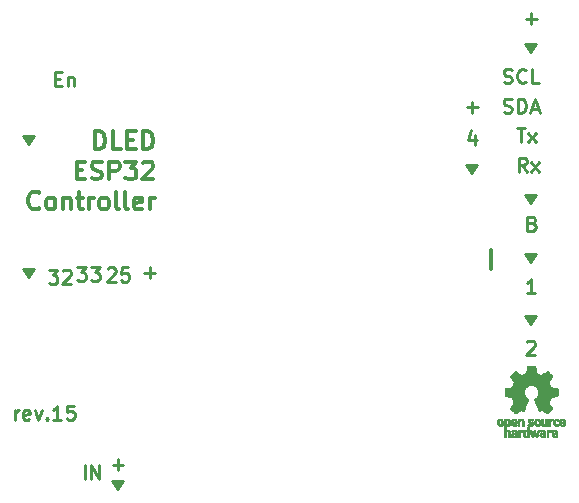
<source format=gto>
G04 #@! TF.GenerationSoftware,KiCad,Pcbnew,5.0.2+dfsg1-1~bpo9+1*
G04 #@! TF.CreationDate,2019-05-09T23:56:10+03:00*
G04 #@! TF.ProjectId,dled-esp32-controller,646c6564-2d65-4737-9033-322d636f6e74,rev?*
G04 #@! TF.SameCoordinates,Original*
G04 #@! TF.FileFunction,Legend,Top*
G04 #@! TF.FilePolarity,Positive*
%FSLAX46Y46*%
G04 Gerber Fmt 4.6, Leading zero omitted, Abs format (unit mm)*
G04 Created by KiCad (PCBNEW 5.0.2+dfsg1-1~bpo9+1) date Jo 09 mai 2019 23:56:10 +0300*
%MOMM*%
%LPD*%
G01*
G04 APERTURE LIST*
%ADD10C,0.300000*%
%ADD11C,0.250000*%
%ADD12C,0.150000*%
%ADD13C,0.010000*%
G04 APERTURE END LIST*
D10*
X33590714Y-66128571D02*
X33590714Y-64628571D01*
X33947857Y-64628571D01*
X34162142Y-64700000D01*
X34305000Y-64842857D01*
X34376428Y-64985714D01*
X34447857Y-65271428D01*
X34447857Y-65485714D01*
X34376428Y-65771428D01*
X34305000Y-65914285D01*
X34162142Y-66057142D01*
X33947857Y-66128571D01*
X33590714Y-66128571D01*
X35805000Y-66128571D02*
X35090714Y-66128571D01*
X35090714Y-64628571D01*
X36305000Y-65342857D02*
X36805000Y-65342857D01*
X37019285Y-66128571D02*
X36305000Y-66128571D01*
X36305000Y-64628571D01*
X37019285Y-64628571D01*
X37662142Y-66128571D02*
X37662142Y-64628571D01*
X38019285Y-64628571D01*
X38233571Y-64700000D01*
X38376428Y-64842857D01*
X38447857Y-64985714D01*
X38519285Y-65271428D01*
X38519285Y-65485714D01*
X38447857Y-65771428D01*
X38376428Y-65914285D01*
X38233571Y-66057142D01*
X38019285Y-66128571D01*
X37662142Y-66128571D01*
X32019285Y-67892857D02*
X32519285Y-67892857D01*
X32733571Y-68678571D02*
X32019285Y-68678571D01*
X32019285Y-67178571D01*
X32733571Y-67178571D01*
X33305000Y-68607142D02*
X33519285Y-68678571D01*
X33876428Y-68678571D01*
X34019285Y-68607142D01*
X34090714Y-68535714D01*
X34162142Y-68392857D01*
X34162142Y-68250000D01*
X34090714Y-68107142D01*
X34019285Y-68035714D01*
X33876428Y-67964285D01*
X33590714Y-67892857D01*
X33447857Y-67821428D01*
X33376428Y-67750000D01*
X33305000Y-67607142D01*
X33305000Y-67464285D01*
X33376428Y-67321428D01*
X33447857Y-67250000D01*
X33590714Y-67178571D01*
X33947857Y-67178571D01*
X34162142Y-67250000D01*
X34805000Y-68678571D02*
X34805000Y-67178571D01*
X35376428Y-67178571D01*
X35519285Y-67250000D01*
X35590714Y-67321428D01*
X35662142Y-67464285D01*
X35662142Y-67678571D01*
X35590714Y-67821428D01*
X35519285Y-67892857D01*
X35376428Y-67964285D01*
X34805000Y-67964285D01*
X36162142Y-67178571D02*
X37090714Y-67178571D01*
X36590714Y-67750000D01*
X36805000Y-67750000D01*
X36947857Y-67821428D01*
X37019285Y-67892857D01*
X37090714Y-68035714D01*
X37090714Y-68392857D01*
X37019285Y-68535714D01*
X36947857Y-68607142D01*
X36805000Y-68678571D01*
X36376428Y-68678571D01*
X36233571Y-68607142D01*
X36162142Y-68535714D01*
X37662142Y-67321428D02*
X37733571Y-67250000D01*
X37876428Y-67178571D01*
X38233571Y-67178571D01*
X38376428Y-67250000D01*
X38447857Y-67321428D01*
X38519285Y-67464285D01*
X38519285Y-67607142D01*
X38447857Y-67821428D01*
X37590714Y-68678571D01*
X38519285Y-68678571D01*
X28876428Y-71085714D02*
X28805000Y-71157142D01*
X28590714Y-71228571D01*
X28447857Y-71228571D01*
X28233571Y-71157142D01*
X28090714Y-71014285D01*
X28019285Y-70871428D01*
X27947857Y-70585714D01*
X27947857Y-70371428D01*
X28019285Y-70085714D01*
X28090714Y-69942857D01*
X28233571Y-69800000D01*
X28447857Y-69728571D01*
X28590714Y-69728571D01*
X28805000Y-69800000D01*
X28876428Y-69871428D01*
X29733571Y-71228571D02*
X29590714Y-71157142D01*
X29519285Y-71085714D01*
X29447857Y-70942857D01*
X29447857Y-70514285D01*
X29519285Y-70371428D01*
X29590714Y-70300000D01*
X29733571Y-70228571D01*
X29947857Y-70228571D01*
X30090714Y-70300000D01*
X30162142Y-70371428D01*
X30233571Y-70514285D01*
X30233571Y-70942857D01*
X30162142Y-71085714D01*
X30090714Y-71157142D01*
X29947857Y-71228571D01*
X29733571Y-71228571D01*
X30876428Y-70228571D02*
X30876428Y-71228571D01*
X30876428Y-70371428D02*
X30947857Y-70300000D01*
X31090714Y-70228571D01*
X31305000Y-70228571D01*
X31447857Y-70300000D01*
X31519285Y-70442857D01*
X31519285Y-71228571D01*
X32019285Y-70228571D02*
X32590714Y-70228571D01*
X32233571Y-69728571D02*
X32233571Y-71014285D01*
X32305000Y-71157142D01*
X32447857Y-71228571D01*
X32590714Y-71228571D01*
X33090714Y-71228571D02*
X33090714Y-70228571D01*
X33090714Y-70514285D02*
X33162142Y-70371428D01*
X33233571Y-70300000D01*
X33376428Y-70228571D01*
X33519285Y-70228571D01*
X34233571Y-71228571D02*
X34090714Y-71157142D01*
X34019285Y-71085714D01*
X33947857Y-70942857D01*
X33947857Y-70514285D01*
X34019285Y-70371428D01*
X34090714Y-70300000D01*
X34233571Y-70228571D01*
X34447857Y-70228571D01*
X34590714Y-70300000D01*
X34662142Y-70371428D01*
X34733571Y-70514285D01*
X34733571Y-70942857D01*
X34662142Y-71085714D01*
X34590714Y-71157142D01*
X34447857Y-71228571D01*
X34233571Y-71228571D01*
X35590714Y-71228571D02*
X35447857Y-71157142D01*
X35376428Y-71014285D01*
X35376428Y-69728571D01*
X36376428Y-71228571D02*
X36233571Y-71157142D01*
X36162142Y-71014285D01*
X36162142Y-69728571D01*
X37519285Y-71157142D02*
X37376428Y-71228571D01*
X37090714Y-71228571D01*
X36947857Y-71157142D01*
X36876428Y-71014285D01*
X36876428Y-70442857D01*
X36947857Y-70300000D01*
X37090714Y-70228571D01*
X37376428Y-70228571D01*
X37519285Y-70300000D01*
X37590714Y-70442857D01*
X37590714Y-70585714D01*
X36876428Y-70728571D01*
X38233571Y-71228571D02*
X38233571Y-70228571D01*
X38233571Y-70514285D02*
X38305000Y-70371428D01*
X38376428Y-70300000D01*
X38519285Y-70228571D01*
X38662142Y-70228571D01*
D11*
X26830357Y-89042857D02*
X26830357Y-88242857D01*
X26830357Y-88471428D02*
X26887500Y-88357142D01*
X26944642Y-88300000D01*
X27058928Y-88242857D01*
X27173214Y-88242857D01*
X28030357Y-88985714D02*
X27916071Y-89042857D01*
X27687500Y-89042857D01*
X27573214Y-88985714D01*
X27516071Y-88871428D01*
X27516071Y-88414285D01*
X27573214Y-88300000D01*
X27687500Y-88242857D01*
X27916071Y-88242857D01*
X28030357Y-88300000D01*
X28087500Y-88414285D01*
X28087500Y-88528571D01*
X27516071Y-88642857D01*
X28487500Y-88242857D02*
X28773214Y-89042857D01*
X29058928Y-88242857D01*
X29516071Y-88928571D02*
X29573214Y-88985714D01*
X29516071Y-89042857D01*
X29458928Y-88985714D01*
X29516071Y-88928571D01*
X29516071Y-89042857D01*
X30716071Y-89042857D02*
X30030357Y-89042857D01*
X30373214Y-89042857D02*
X30373214Y-87842857D01*
X30258928Y-88014285D01*
X30144642Y-88128571D01*
X30030357Y-88185714D01*
X31801785Y-87842857D02*
X31230357Y-87842857D01*
X31173214Y-88414285D01*
X31230357Y-88357142D01*
X31344642Y-88300000D01*
X31630357Y-88300000D01*
X31744642Y-88357142D01*
X31801785Y-88414285D01*
X31858928Y-88528571D01*
X31858928Y-88814285D01*
X31801785Y-88928571D01*
X31744642Y-88985714D01*
X31630357Y-89042857D01*
X31344642Y-89042857D01*
X31230357Y-88985714D01*
X31173214Y-88928571D01*
X34641071Y-76257142D02*
X34698214Y-76200000D01*
X34812500Y-76142857D01*
X35098214Y-76142857D01*
X35212500Y-76200000D01*
X35269642Y-76257142D01*
X35326785Y-76371428D01*
X35326785Y-76485714D01*
X35269642Y-76657142D01*
X34583928Y-77342857D01*
X35326785Y-77342857D01*
X36412500Y-76142857D02*
X35841071Y-76142857D01*
X35783928Y-76714285D01*
X35841071Y-76657142D01*
X35955357Y-76600000D01*
X36241071Y-76600000D01*
X36355357Y-76657142D01*
X36412500Y-76714285D01*
X36469642Y-76828571D01*
X36469642Y-77114285D01*
X36412500Y-77228571D01*
X36355357Y-77285714D01*
X36241071Y-77342857D01*
X35955357Y-77342857D01*
X35841071Y-77285714D01*
X35783928Y-77228571D01*
X32083928Y-76092857D02*
X32826785Y-76092857D01*
X32426785Y-76550000D01*
X32598214Y-76550000D01*
X32712500Y-76607142D01*
X32769642Y-76664285D01*
X32826785Y-76778571D01*
X32826785Y-77064285D01*
X32769642Y-77178571D01*
X32712500Y-77235714D01*
X32598214Y-77292857D01*
X32255357Y-77292857D01*
X32141071Y-77235714D01*
X32083928Y-77178571D01*
X33226785Y-76092857D02*
X33969642Y-76092857D01*
X33569642Y-76550000D01*
X33741071Y-76550000D01*
X33855357Y-76607142D01*
X33912500Y-76664285D01*
X33969642Y-76778571D01*
X33969642Y-77064285D01*
X33912500Y-77178571D01*
X33855357Y-77235714D01*
X33741071Y-77292857D01*
X33398214Y-77292857D01*
X33283928Y-77235714D01*
X33226785Y-77178571D01*
X65712500Y-64942857D02*
X65712500Y-65742857D01*
X65426785Y-64485714D02*
X65141071Y-65342857D01*
X65883928Y-65342857D01*
D12*
G36*
X65000000Y-67500000D02*
X66000000Y-67500000D01*
X65500000Y-68250000D01*
X65000000Y-67500000D01*
G37*
X65000000Y-67500000D02*
X66000000Y-67500000D01*
X65500000Y-68250000D01*
X65000000Y-67500000D01*
D11*
X65068214Y-62585714D02*
X65982500Y-62585714D01*
X65525357Y-63042857D02*
X65525357Y-62128571D01*
X37748214Y-76585714D02*
X38662500Y-76585714D01*
X38205357Y-77042857D02*
X38205357Y-76128571D01*
D12*
G36*
X27500000Y-76250000D02*
X28500000Y-76250000D01*
X28000000Y-77000000D01*
X27500000Y-76250000D01*
G37*
X27500000Y-76250000D02*
X28500000Y-76250000D01*
X28000000Y-77000000D01*
X27500000Y-76250000D01*
D11*
X29653928Y-76342857D02*
X30396785Y-76342857D01*
X29996785Y-76800000D01*
X30168214Y-76800000D01*
X30282500Y-76857142D01*
X30339642Y-76914285D01*
X30396785Y-77028571D01*
X30396785Y-77314285D01*
X30339642Y-77428571D01*
X30282500Y-77485714D01*
X30168214Y-77542857D01*
X29825357Y-77542857D01*
X29711071Y-77485714D01*
X29653928Y-77428571D01*
X30853928Y-76457142D02*
X30911071Y-76400000D01*
X31025357Y-76342857D01*
X31311071Y-76342857D01*
X31425357Y-76400000D01*
X31482500Y-76457142D01*
X31539642Y-76571428D01*
X31539642Y-76685714D01*
X31482500Y-76857142D01*
X30796785Y-77542857D01*
X31539642Y-77542857D01*
X32698214Y-94042857D02*
X32698214Y-92842857D01*
X33269642Y-94042857D02*
X33269642Y-92842857D01*
X33955357Y-94042857D01*
X33955357Y-92842857D01*
X35073214Y-92835714D02*
X35987500Y-92835714D01*
X35530357Y-93292857D02*
X35530357Y-92378571D01*
D12*
G36*
X35000000Y-94250000D02*
X36000000Y-94250000D01*
X35500000Y-95000000D01*
X35000000Y-94250000D01*
G37*
X35000000Y-94250000D02*
X36000000Y-94250000D01*
X35500000Y-95000000D01*
X35000000Y-94250000D01*
G36*
X70000000Y-57250000D02*
X71000000Y-57250000D01*
X70500000Y-58000000D01*
X70000000Y-57250000D01*
G37*
X70000000Y-57250000D02*
X71000000Y-57250000D01*
X70500000Y-58000000D01*
X70000000Y-57250000D01*
G36*
X70000000Y-70000000D02*
X71000000Y-70000000D01*
X70500000Y-70750000D01*
X70000000Y-70000000D01*
G37*
X70000000Y-70000000D02*
X71000000Y-70000000D01*
X70500000Y-70750000D01*
X70000000Y-70000000D01*
G36*
X70000000Y-80250000D02*
X71000000Y-80250000D01*
X70500000Y-81000000D01*
X70000000Y-80250000D01*
G37*
X70000000Y-80250000D02*
X71000000Y-80250000D01*
X70500000Y-81000000D01*
X70000000Y-80250000D01*
G36*
X70000000Y-75000000D02*
X71000000Y-75000000D01*
X70500000Y-75750000D01*
X70000000Y-75000000D01*
G37*
X70000000Y-75000000D02*
X71000000Y-75000000D01*
X70500000Y-75750000D01*
X70000000Y-75000000D01*
G36*
X27500000Y-65000000D02*
X28500000Y-65000000D01*
X28000000Y-65750000D01*
X27500000Y-65000000D01*
G37*
X27500000Y-65000000D02*
X28500000Y-65000000D01*
X28000000Y-65750000D01*
X27500000Y-65000000D01*
D11*
X30198214Y-60164285D02*
X30598214Y-60164285D01*
X30769642Y-60792857D02*
X30198214Y-60792857D01*
X30198214Y-59592857D01*
X30769642Y-59592857D01*
X31283928Y-59992857D02*
X31283928Y-60792857D01*
X31283928Y-60107142D02*
X31341071Y-60050000D01*
X31455357Y-59992857D01*
X31626785Y-59992857D01*
X31741071Y-60050000D01*
X31798214Y-60164285D01*
X31798214Y-60792857D01*
X70141071Y-82457142D02*
X70198214Y-82400000D01*
X70312500Y-82342857D01*
X70598214Y-82342857D01*
X70712500Y-82400000D01*
X70769642Y-82457142D01*
X70826785Y-82571428D01*
X70826785Y-82685714D01*
X70769642Y-82857142D01*
X70083928Y-83542857D01*
X70826785Y-83542857D01*
X70826785Y-78292857D02*
X70141071Y-78292857D01*
X70483928Y-78292857D02*
X70483928Y-77092857D01*
X70369642Y-77264285D01*
X70255357Y-77378571D01*
X70141071Y-77435714D01*
X70598214Y-72414285D02*
X70769642Y-72471428D01*
X70826785Y-72528571D01*
X70883928Y-72642857D01*
X70883928Y-72814285D01*
X70826785Y-72928571D01*
X70769642Y-72985714D01*
X70655357Y-73042857D01*
X70198214Y-73042857D01*
X70198214Y-71842857D01*
X70598214Y-71842857D01*
X70712500Y-71900000D01*
X70769642Y-71957142D01*
X70826785Y-72071428D01*
X70826785Y-72185714D01*
X70769642Y-72300000D01*
X70712500Y-72357142D01*
X70598214Y-72414285D01*
X70198214Y-72414285D01*
X70133928Y-68042857D02*
X69733928Y-67471428D01*
X69448214Y-68042857D02*
X69448214Y-66842857D01*
X69905357Y-66842857D01*
X70019642Y-66900000D01*
X70076785Y-66957142D01*
X70133928Y-67071428D01*
X70133928Y-67242857D01*
X70076785Y-67357142D01*
X70019642Y-67414285D01*
X69905357Y-67471428D01*
X69448214Y-67471428D01*
X70533928Y-68042857D02*
X71162500Y-67242857D01*
X70533928Y-67242857D02*
X71162500Y-68042857D01*
X69276785Y-64342857D02*
X69962500Y-64342857D01*
X69619642Y-65542857D02*
X69619642Y-64342857D01*
X70248214Y-65542857D02*
X70876785Y-64742857D01*
X70248214Y-64742857D02*
X70876785Y-65542857D01*
X70048214Y-55085714D02*
X70962500Y-55085714D01*
X70505357Y-55542857D02*
X70505357Y-54628571D01*
X68191071Y-62985714D02*
X68362500Y-63042857D01*
X68648214Y-63042857D01*
X68762500Y-62985714D01*
X68819642Y-62928571D01*
X68876785Y-62814285D01*
X68876785Y-62700000D01*
X68819642Y-62585714D01*
X68762500Y-62528571D01*
X68648214Y-62471428D01*
X68419642Y-62414285D01*
X68305357Y-62357142D01*
X68248214Y-62300000D01*
X68191071Y-62185714D01*
X68191071Y-62071428D01*
X68248214Y-61957142D01*
X68305357Y-61900000D01*
X68419642Y-61842857D01*
X68705357Y-61842857D01*
X68876785Y-61900000D01*
X69391071Y-63042857D02*
X69391071Y-61842857D01*
X69676785Y-61842857D01*
X69848214Y-61900000D01*
X69962500Y-62014285D01*
X70019642Y-62128571D01*
X70076785Y-62357142D01*
X70076785Y-62528571D01*
X70019642Y-62757142D01*
X69962500Y-62871428D01*
X69848214Y-62985714D01*
X69676785Y-63042857D01*
X69391071Y-63042857D01*
X70533928Y-62700000D02*
X71105357Y-62700000D01*
X70419642Y-63042857D02*
X70819642Y-61842857D01*
X71219642Y-63042857D01*
X68191071Y-60485714D02*
X68362500Y-60542857D01*
X68648214Y-60542857D01*
X68762500Y-60485714D01*
X68819642Y-60428571D01*
X68876785Y-60314285D01*
X68876785Y-60200000D01*
X68819642Y-60085714D01*
X68762500Y-60028571D01*
X68648214Y-59971428D01*
X68419642Y-59914285D01*
X68305357Y-59857142D01*
X68248214Y-59800000D01*
X68191071Y-59685714D01*
X68191071Y-59571428D01*
X68248214Y-59457142D01*
X68305357Y-59400000D01*
X68419642Y-59342857D01*
X68705357Y-59342857D01*
X68876785Y-59400000D01*
X70076785Y-60428571D02*
X70019642Y-60485714D01*
X69848214Y-60542857D01*
X69733928Y-60542857D01*
X69562500Y-60485714D01*
X69448214Y-60371428D01*
X69391071Y-60257142D01*
X69333928Y-60028571D01*
X69333928Y-59857142D01*
X69391071Y-59628571D01*
X69448214Y-59514285D01*
X69562500Y-59400000D01*
X69733928Y-59342857D01*
X69848214Y-59342857D01*
X70019642Y-59400000D01*
X70076785Y-59457142D01*
X71162500Y-60542857D02*
X70591071Y-60542857D01*
X70591071Y-59342857D01*
D13*
G04 #@! TO.C,SYM1*
G36*
X68591241Y-88969184D02*
X68617753Y-88982282D01*
X68650447Y-89005106D01*
X68674275Y-89029996D01*
X68690594Y-89061249D01*
X68700760Y-89103166D01*
X68706128Y-89160044D01*
X68708056Y-89236184D01*
X68708169Y-89268917D01*
X68707839Y-89340656D01*
X68706473Y-89391927D01*
X68703500Y-89427404D01*
X68698351Y-89451763D01*
X68690457Y-89469680D01*
X68682243Y-89481902D01*
X68629813Y-89533905D01*
X68568070Y-89565184D01*
X68501464Y-89574592D01*
X68434442Y-89560980D01*
X68413208Y-89551354D01*
X68362376Y-89524859D01*
X68362376Y-89940052D01*
X68399475Y-89920868D01*
X68448357Y-89906025D01*
X68508439Y-89902222D01*
X68568436Y-89909243D01*
X68613744Y-89925013D01*
X68651325Y-89955047D01*
X68683436Y-89998024D01*
X68685850Y-90002436D01*
X68696033Y-90023221D01*
X68703470Y-90044170D01*
X68708589Y-90069548D01*
X68711819Y-90103618D01*
X68713587Y-90150641D01*
X68714323Y-90214882D01*
X68714456Y-90287176D01*
X68714456Y-90517822D01*
X68576139Y-90517822D01*
X68576139Y-90092533D01*
X68537451Y-90059979D01*
X68497262Y-90033940D01*
X68459203Y-90029205D01*
X68420934Y-90041389D01*
X68400538Y-90053320D01*
X68385358Y-90070313D01*
X68374562Y-90095995D01*
X68367317Y-90133991D01*
X68362792Y-90187926D01*
X68360156Y-90261425D01*
X68359228Y-90310347D01*
X68356089Y-90511535D01*
X68290074Y-90515336D01*
X68224060Y-90519136D01*
X68224060Y-89270650D01*
X68362376Y-89270650D01*
X68365903Y-89340254D01*
X68377785Y-89388569D01*
X68399980Y-89418631D01*
X68434441Y-89433471D01*
X68469258Y-89436436D01*
X68508671Y-89433028D01*
X68534829Y-89419617D01*
X68551186Y-89401896D01*
X68564063Y-89382835D01*
X68571728Y-89361601D01*
X68575139Y-89331849D01*
X68575251Y-89287236D01*
X68574103Y-89249880D01*
X68571468Y-89193604D01*
X68567544Y-89156658D01*
X68560937Y-89133223D01*
X68550251Y-89117480D01*
X68540167Y-89108380D01*
X68498030Y-89088537D01*
X68448160Y-89085332D01*
X68419524Y-89092168D01*
X68391172Y-89116464D01*
X68372391Y-89163728D01*
X68363288Y-89233624D01*
X68362376Y-89270650D01*
X68224060Y-89270650D01*
X68224060Y-88958614D01*
X68293218Y-88958614D01*
X68334740Y-88960256D01*
X68356162Y-88966087D01*
X68362374Y-88977461D01*
X68362376Y-88977798D01*
X68365258Y-88988938D01*
X68377970Y-88987673D01*
X68403243Y-88975433D01*
X68462131Y-88956707D01*
X68528385Y-88954739D01*
X68591241Y-88969184D01*
X68591241Y-88969184D01*
G37*
X68591241Y-88969184D02*
X68617753Y-88982282D01*
X68650447Y-89005106D01*
X68674275Y-89029996D01*
X68690594Y-89061249D01*
X68700760Y-89103166D01*
X68706128Y-89160044D01*
X68708056Y-89236184D01*
X68708169Y-89268917D01*
X68707839Y-89340656D01*
X68706473Y-89391927D01*
X68703500Y-89427404D01*
X68698351Y-89451763D01*
X68690457Y-89469680D01*
X68682243Y-89481902D01*
X68629813Y-89533905D01*
X68568070Y-89565184D01*
X68501464Y-89574592D01*
X68434442Y-89560980D01*
X68413208Y-89551354D01*
X68362376Y-89524859D01*
X68362376Y-89940052D01*
X68399475Y-89920868D01*
X68448357Y-89906025D01*
X68508439Y-89902222D01*
X68568436Y-89909243D01*
X68613744Y-89925013D01*
X68651325Y-89955047D01*
X68683436Y-89998024D01*
X68685850Y-90002436D01*
X68696033Y-90023221D01*
X68703470Y-90044170D01*
X68708589Y-90069548D01*
X68711819Y-90103618D01*
X68713587Y-90150641D01*
X68714323Y-90214882D01*
X68714456Y-90287176D01*
X68714456Y-90517822D01*
X68576139Y-90517822D01*
X68576139Y-90092533D01*
X68537451Y-90059979D01*
X68497262Y-90033940D01*
X68459203Y-90029205D01*
X68420934Y-90041389D01*
X68400538Y-90053320D01*
X68385358Y-90070313D01*
X68374562Y-90095995D01*
X68367317Y-90133991D01*
X68362792Y-90187926D01*
X68360156Y-90261425D01*
X68359228Y-90310347D01*
X68356089Y-90511535D01*
X68290074Y-90515336D01*
X68224060Y-90519136D01*
X68224060Y-89270650D01*
X68362376Y-89270650D01*
X68365903Y-89340254D01*
X68377785Y-89388569D01*
X68399980Y-89418631D01*
X68434441Y-89433471D01*
X68469258Y-89436436D01*
X68508671Y-89433028D01*
X68534829Y-89419617D01*
X68551186Y-89401896D01*
X68564063Y-89382835D01*
X68571728Y-89361601D01*
X68575139Y-89331849D01*
X68575251Y-89287236D01*
X68574103Y-89249880D01*
X68571468Y-89193604D01*
X68567544Y-89156658D01*
X68560937Y-89133223D01*
X68550251Y-89117480D01*
X68540167Y-89108380D01*
X68498030Y-89088537D01*
X68448160Y-89085332D01*
X68419524Y-89092168D01*
X68391172Y-89116464D01*
X68372391Y-89163728D01*
X68363288Y-89233624D01*
X68362376Y-89270650D01*
X68224060Y-89270650D01*
X68224060Y-88958614D01*
X68293218Y-88958614D01*
X68334740Y-88960256D01*
X68356162Y-88966087D01*
X68362374Y-88977461D01*
X68362376Y-88977798D01*
X68365258Y-88988938D01*
X68377970Y-88987673D01*
X68403243Y-88975433D01*
X68462131Y-88956707D01*
X68528385Y-88954739D01*
X68591241Y-88969184D01*
G36*
X69115790Y-89906555D02*
X69174945Y-89922339D01*
X69219977Y-89950948D01*
X69251754Y-89988419D01*
X69261634Y-90004411D01*
X69268927Y-90021163D01*
X69274026Y-90042592D01*
X69277321Y-90072616D01*
X69279203Y-90115154D01*
X69280063Y-90174122D01*
X69280293Y-90253440D01*
X69280297Y-90274484D01*
X69280297Y-90517822D01*
X69219941Y-90517822D01*
X69181443Y-90515126D01*
X69152977Y-90508295D01*
X69145845Y-90504083D01*
X69126348Y-90496813D01*
X69106434Y-90504083D01*
X69073647Y-90513160D01*
X69026022Y-90516813D01*
X68973236Y-90515228D01*
X68924964Y-90508589D01*
X68896782Y-90500072D01*
X68842247Y-90465063D01*
X68808165Y-90416479D01*
X68792843Y-90351882D01*
X68792701Y-90350223D01*
X68794045Y-90321566D01*
X68915644Y-90321566D01*
X68926274Y-90354161D01*
X68943590Y-90372505D01*
X68978348Y-90386379D01*
X69024227Y-90391917D01*
X69071012Y-90389191D01*
X69108486Y-90378274D01*
X69118985Y-90371269D01*
X69137332Y-90338904D01*
X69141980Y-90302111D01*
X69141980Y-90253763D01*
X69072418Y-90253763D01*
X69006333Y-90258850D01*
X68956236Y-90273263D01*
X68925071Y-90295729D01*
X68915644Y-90321566D01*
X68794045Y-90321566D01*
X68796013Y-90279647D01*
X68819290Y-90223845D01*
X68863052Y-90181647D01*
X68869101Y-90177808D01*
X68895093Y-90165309D01*
X68927265Y-90157740D01*
X68972240Y-90154061D01*
X69025669Y-90153216D01*
X69141980Y-90153169D01*
X69141980Y-90104411D01*
X69137047Y-90066581D01*
X69124457Y-90041236D01*
X69122983Y-90039887D01*
X69094966Y-90028800D01*
X69052674Y-90024503D01*
X69005936Y-90026615D01*
X68964582Y-90034756D01*
X68940043Y-90046965D01*
X68926747Y-90056746D01*
X68912706Y-90058613D01*
X68893329Y-90050600D01*
X68864024Y-90030739D01*
X68820197Y-89997063D01*
X68816175Y-89993909D01*
X68818236Y-89982236D01*
X68835432Y-89962822D01*
X68861567Y-89941248D01*
X68890448Y-89923096D01*
X68899522Y-89918809D01*
X68932620Y-89910256D01*
X68981120Y-89904155D01*
X69035305Y-89901708D01*
X69037839Y-89901703D01*
X69115790Y-89906555D01*
X69115790Y-89906555D01*
G37*
X69115790Y-89906555D02*
X69174945Y-89922339D01*
X69219977Y-89950948D01*
X69251754Y-89988419D01*
X69261634Y-90004411D01*
X69268927Y-90021163D01*
X69274026Y-90042592D01*
X69277321Y-90072616D01*
X69279203Y-90115154D01*
X69280063Y-90174122D01*
X69280293Y-90253440D01*
X69280297Y-90274484D01*
X69280297Y-90517822D01*
X69219941Y-90517822D01*
X69181443Y-90515126D01*
X69152977Y-90508295D01*
X69145845Y-90504083D01*
X69126348Y-90496813D01*
X69106434Y-90504083D01*
X69073647Y-90513160D01*
X69026022Y-90516813D01*
X68973236Y-90515228D01*
X68924964Y-90508589D01*
X68896782Y-90500072D01*
X68842247Y-90465063D01*
X68808165Y-90416479D01*
X68792843Y-90351882D01*
X68792701Y-90350223D01*
X68794045Y-90321566D01*
X68915644Y-90321566D01*
X68926274Y-90354161D01*
X68943590Y-90372505D01*
X68978348Y-90386379D01*
X69024227Y-90391917D01*
X69071012Y-90389191D01*
X69108486Y-90378274D01*
X69118985Y-90371269D01*
X69137332Y-90338904D01*
X69141980Y-90302111D01*
X69141980Y-90253763D01*
X69072418Y-90253763D01*
X69006333Y-90258850D01*
X68956236Y-90273263D01*
X68925071Y-90295729D01*
X68915644Y-90321566D01*
X68794045Y-90321566D01*
X68796013Y-90279647D01*
X68819290Y-90223845D01*
X68863052Y-90181647D01*
X68869101Y-90177808D01*
X68895093Y-90165309D01*
X68927265Y-90157740D01*
X68972240Y-90154061D01*
X69025669Y-90153216D01*
X69141980Y-90153169D01*
X69141980Y-90104411D01*
X69137047Y-90066581D01*
X69124457Y-90041236D01*
X69122983Y-90039887D01*
X69094966Y-90028800D01*
X69052674Y-90024503D01*
X69005936Y-90026615D01*
X68964582Y-90034756D01*
X68940043Y-90046965D01*
X68926747Y-90056746D01*
X68912706Y-90058613D01*
X68893329Y-90050600D01*
X68864024Y-90030739D01*
X68820197Y-89997063D01*
X68816175Y-89993909D01*
X68818236Y-89982236D01*
X68835432Y-89962822D01*
X68861567Y-89941248D01*
X68890448Y-89923096D01*
X68899522Y-89918809D01*
X68932620Y-89910256D01*
X68981120Y-89904155D01*
X69035305Y-89901708D01*
X69037839Y-89901703D01*
X69115790Y-89906555D01*
G36*
X69506644Y-89903020D02*
X69525461Y-89908660D01*
X69531527Y-89921053D01*
X69531782Y-89926647D01*
X69532871Y-89942230D01*
X69540368Y-89944676D01*
X69560619Y-89933993D01*
X69572649Y-89926694D01*
X69610600Y-89911063D01*
X69655928Y-89903334D01*
X69703456Y-89902740D01*
X69748005Y-89908513D01*
X69784398Y-89919884D01*
X69807457Y-89936088D01*
X69812004Y-89956355D01*
X69809709Y-89961843D01*
X69792980Y-89984626D01*
X69767037Y-90012647D01*
X69762345Y-90017177D01*
X69737617Y-90038005D01*
X69716282Y-90044735D01*
X69686445Y-90040038D01*
X69674492Y-90036917D01*
X69637295Y-90029421D01*
X69611141Y-90032792D01*
X69589054Y-90044681D01*
X69568822Y-90060635D01*
X69553921Y-90080700D01*
X69543566Y-90108702D01*
X69536971Y-90148467D01*
X69533351Y-90203823D01*
X69531922Y-90278594D01*
X69531782Y-90323740D01*
X69531782Y-90517822D01*
X69406040Y-90517822D01*
X69406040Y-89901683D01*
X69468911Y-89901683D01*
X69506644Y-89903020D01*
X69506644Y-89903020D01*
G37*
X69506644Y-89903020D02*
X69525461Y-89908660D01*
X69531527Y-89921053D01*
X69531782Y-89926647D01*
X69532871Y-89942230D01*
X69540368Y-89944676D01*
X69560619Y-89933993D01*
X69572649Y-89926694D01*
X69610600Y-89911063D01*
X69655928Y-89903334D01*
X69703456Y-89902740D01*
X69748005Y-89908513D01*
X69784398Y-89919884D01*
X69807457Y-89936088D01*
X69812004Y-89956355D01*
X69809709Y-89961843D01*
X69792980Y-89984626D01*
X69767037Y-90012647D01*
X69762345Y-90017177D01*
X69737617Y-90038005D01*
X69716282Y-90044735D01*
X69686445Y-90040038D01*
X69674492Y-90036917D01*
X69637295Y-90029421D01*
X69611141Y-90032792D01*
X69589054Y-90044681D01*
X69568822Y-90060635D01*
X69553921Y-90080700D01*
X69543566Y-90108702D01*
X69536971Y-90148467D01*
X69533351Y-90203823D01*
X69531922Y-90278594D01*
X69531782Y-90323740D01*
X69531782Y-90517822D01*
X69406040Y-90517822D01*
X69406040Y-89901683D01*
X69468911Y-89901683D01*
X69506644Y-89903020D01*
G36*
X70298812Y-90517822D02*
X70229654Y-90517822D01*
X70189512Y-90516645D01*
X70168606Y-90511772D01*
X70161078Y-90501186D01*
X70160495Y-90494029D01*
X70159226Y-90479676D01*
X70151221Y-90476923D01*
X70130185Y-90485771D01*
X70113827Y-90494029D01*
X70051023Y-90513597D01*
X69982752Y-90514729D01*
X69927248Y-90500135D01*
X69875562Y-90464877D01*
X69836162Y-90412835D01*
X69814587Y-90351450D01*
X69814038Y-90348018D01*
X69810833Y-90310571D01*
X69809239Y-90256813D01*
X69809367Y-90216155D01*
X69946721Y-90216155D01*
X69949903Y-90270194D01*
X69957141Y-90314735D01*
X69966940Y-90339888D01*
X70004011Y-90374260D01*
X70048026Y-90386582D01*
X70093416Y-90376618D01*
X70132203Y-90346895D01*
X70146892Y-90326905D01*
X70155481Y-90303050D01*
X70159504Y-90268230D01*
X70160495Y-90215930D01*
X70158722Y-90164139D01*
X70154037Y-90118634D01*
X70147397Y-90088181D01*
X70146290Y-90085452D01*
X70119509Y-90053000D01*
X70080421Y-90035183D01*
X70036685Y-90032306D01*
X69995962Y-90044674D01*
X69965913Y-90072593D01*
X69962796Y-90078148D01*
X69953039Y-90112022D01*
X69947723Y-90160728D01*
X69946721Y-90216155D01*
X69809367Y-90216155D01*
X69809432Y-90195540D01*
X69810336Y-90162563D01*
X69816486Y-90080981D01*
X69829267Y-90019730D01*
X69850529Y-89974449D01*
X69882122Y-89940779D01*
X69912793Y-89921014D01*
X69955646Y-89907120D01*
X70008944Y-89902354D01*
X70063520Y-89906236D01*
X70110208Y-89918282D01*
X70134876Y-89932693D01*
X70160495Y-89955878D01*
X70160495Y-89662773D01*
X70298812Y-89662773D01*
X70298812Y-90517822D01*
X70298812Y-90517822D01*
G37*
X70298812Y-90517822D02*
X70229654Y-90517822D01*
X70189512Y-90516645D01*
X70168606Y-90511772D01*
X70161078Y-90501186D01*
X70160495Y-90494029D01*
X70159226Y-90479676D01*
X70151221Y-90476923D01*
X70130185Y-90485771D01*
X70113827Y-90494029D01*
X70051023Y-90513597D01*
X69982752Y-90514729D01*
X69927248Y-90500135D01*
X69875562Y-90464877D01*
X69836162Y-90412835D01*
X69814587Y-90351450D01*
X69814038Y-90348018D01*
X69810833Y-90310571D01*
X69809239Y-90256813D01*
X69809367Y-90216155D01*
X69946721Y-90216155D01*
X69949903Y-90270194D01*
X69957141Y-90314735D01*
X69966940Y-90339888D01*
X70004011Y-90374260D01*
X70048026Y-90386582D01*
X70093416Y-90376618D01*
X70132203Y-90346895D01*
X70146892Y-90326905D01*
X70155481Y-90303050D01*
X70159504Y-90268230D01*
X70160495Y-90215930D01*
X70158722Y-90164139D01*
X70154037Y-90118634D01*
X70147397Y-90088181D01*
X70146290Y-90085452D01*
X70119509Y-90053000D01*
X70080421Y-90035183D01*
X70036685Y-90032306D01*
X69995962Y-90044674D01*
X69965913Y-90072593D01*
X69962796Y-90078148D01*
X69953039Y-90112022D01*
X69947723Y-90160728D01*
X69946721Y-90216155D01*
X69809367Y-90216155D01*
X69809432Y-90195540D01*
X69810336Y-90162563D01*
X69816486Y-90080981D01*
X69829267Y-90019730D01*
X69850529Y-89974449D01*
X69882122Y-89940779D01*
X69912793Y-89921014D01*
X69955646Y-89907120D01*
X70008944Y-89902354D01*
X70063520Y-89906236D01*
X70110208Y-89918282D01*
X70134876Y-89932693D01*
X70160495Y-89955878D01*
X70160495Y-89662773D01*
X70298812Y-89662773D01*
X70298812Y-90517822D01*
G36*
X70781524Y-89904237D02*
X70831255Y-89907971D01*
X70961291Y-90297773D01*
X70981678Y-90228614D01*
X70993946Y-90185874D01*
X71010085Y-90128115D01*
X71027512Y-90064625D01*
X71036726Y-90030570D01*
X71071388Y-89901683D01*
X71214391Y-89901683D01*
X71171646Y-90036857D01*
X71150596Y-90103342D01*
X71125167Y-90183539D01*
X71098610Y-90267193D01*
X71074902Y-90341782D01*
X71020902Y-90511535D01*
X70962598Y-90515328D01*
X70904295Y-90519122D01*
X70872679Y-90414734D01*
X70853182Y-90349889D01*
X70831904Y-90278400D01*
X70813308Y-90215263D01*
X70812574Y-90212750D01*
X70798684Y-90169969D01*
X70786429Y-90140779D01*
X70777846Y-90129741D01*
X70776082Y-90131018D01*
X70769891Y-90148130D01*
X70758128Y-90184787D01*
X70742225Y-90236378D01*
X70723614Y-90298294D01*
X70713543Y-90332352D01*
X70659007Y-90517822D01*
X70543264Y-90517822D01*
X70450737Y-90225471D01*
X70424744Y-90143462D01*
X70401066Y-90068987D01*
X70380820Y-90005544D01*
X70365126Y-89956632D01*
X70355102Y-89925749D01*
X70352055Y-89916726D01*
X70354467Y-89907487D01*
X70373408Y-89903441D01*
X70412823Y-89903846D01*
X70418993Y-89904152D01*
X70492086Y-89907971D01*
X70539957Y-90084010D01*
X70557553Y-90148211D01*
X70573277Y-90204649D01*
X70585746Y-90248422D01*
X70593574Y-90274630D01*
X70595020Y-90278903D01*
X70601014Y-90273990D01*
X70613101Y-90248532D01*
X70629893Y-90205997D01*
X70650003Y-90149850D01*
X70667003Y-90099130D01*
X70731794Y-89900504D01*
X70781524Y-89904237D01*
X70781524Y-89904237D01*
G37*
X70781524Y-89904237D02*
X70831255Y-89907971D01*
X70961291Y-90297773D01*
X70981678Y-90228614D01*
X70993946Y-90185874D01*
X71010085Y-90128115D01*
X71027512Y-90064625D01*
X71036726Y-90030570D01*
X71071388Y-89901683D01*
X71214391Y-89901683D01*
X71171646Y-90036857D01*
X71150596Y-90103342D01*
X71125167Y-90183539D01*
X71098610Y-90267193D01*
X71074902Y-90341782D01*
X71020902Y-90511535D01*
X70962598Y-90515328D01*
X70904295Y-90519122D01*
X70872679Y-90414734D01*
X70853182Y-90349889D01*
X70831904Y-90278400D01*
X70813308Y-90215263D01*
X70812574Y-90212750D01*
X70798684Y-90169969D01*
X70786429Y-90140779D01*
X70777846Y-90129741D01*
X70776082Y-90131018D01*
X70769891Y-90148130D01*
X70758128Y-90184787D01*
X70742225Y-90236378D01*
X70723614Y-90298294D01*
X70713543Y-90332352D01*
X70659007Y-90517822D01*
X70543264Y-90517822D01*
X70450737Y-90225471D01*
X70424744Y-90143462D01*
X70401066Y-90068987D01*
X70380820Y-90005544D01*
X70365126Y-89956632D01*
X70355102Y-89925749D01*
X70352055Y-89916726D01*
X70354467Y-89907487D01*
X70373408Y-89903441D01*
X70412823Y-89903846D01*
X70418993Y-89904152D01*
X70492086Y-89907971D01*
X70539957Y-90084010D01*
X70557553Y-90148211D01*
X70573277Y-90204649D01*
X70585746Y-90248422D01*
X70593574Y-90274630D01*
X70595020Y-90278903D01*
X70601014Y-90273990D01*
X70613101Y-90248532D01*
X70629893Y-90205997D01*
X70650003Y-90149850D01*
X70667003Y-90099130D01*
X70731794Y-89900504D01*
X70781524Y-89904237D01*
G36*
X71538411Y-89905417D02*
X71591411Y-89918290D01*
X71606731Y-89925110D01*
X71636428Y-89942974D01*
X71659220Y-89963093D01*
X71676083Y-89988962D01*
X71687998Y-90024073D01*
X71695942Y-90071920D01*
X71700894Y-90135996D01*
X71703831Y-90219794D01*
X71704947Y-90275768D01*
X71709052Y-90517822D01*
X71638932Y-90517822D01*
X71596393Y-90516038D01*
X71574476Y-90509942D01*
X71568812Y-90499706D01*
X71565821Y-90488637D01*
X71552451Y-90490754D01*
X71534233Y-90499629D01*
X71488624Y-90513233D01*
X71430007Y-90516899D01*
X71368354Y-90510903D01*
X71313638Y-90495521D01*
X71308730Y-90493386D01*
X71258723Y-90458255D01*
X71225756Y-90409419D01*
X71210587Y-90352333D01*
X71211746Y-90331824D01*
X71335508Y-90331824D01*
X71346413Y-90359425D01*
X71378745Y-90379204D01*
X71430910Y-90389819D01*
X71458787Y-90391228D01*
X71505247Y-90387620D01*
X71536129Y-90373597D01*
X71543664Y-90366931D01*
X71564076Y-90330666D01*
X71568812Y-90297773D01*
X71568812Y-90253763D01*
X71507513Y-90253763D01*
X71436256Y-90257395D01*
X71386276Y-90268818D01*
X71354696Y-90288824D01*
X71347626Y-90297743D01*
X71335508Y-90331824D01*
X71211746Y-90331824D01*
X71213971Y-90292456D01*
X71236663Y-90235244D01*
X71267624Y-90196580D01*
X71286376Y-90179864D01*
X71304733Y-90168878D01*
X71328619Y-90162180D01*
X71363957Y-90158326D01*
X71416669Y-90155873D01*
X71437577Y-90155168D01*
X71568812Y-90150879D01*
X71568620Y-90111158D01*
X71563537Y-90069405D01*
X71545162Y-90044158D01*
X71508039Y-90028030D01*
X71507043Y-90027742D01*
X71454410Y-90021400D01*
X71402906Y-90029684D01*
X71364630Y-90049827D01*
X71349272Y-90059773D01*
X71332730Y-90058397D01*
X71307275Y-90043987D01*
X71292328Y-90033817D01*
X71263091Y-90012088D01*
X71244980Y-89995800D01*
X71242074Y-89991137D01*
X71254040Y-89967005D01*
X71289396Y-89938185D01*
X71304753Y-89928461D01*
X71348901Y-89911714D01*
X71408398Y-89902227D01*
X71474487Y-89900095D01*
X71538411Y-89905417D01*
X71538411Y-89905417D01*
G37*
X71538411Y-89905417D02*
X71591411Y-89918290D01*
X71606731Y-89925110D01*
X71636428Y-89942974D01*
X71659220Y-89963093D01*
X71676083Y-89988962D01*
X71687998Y-90024073D01*
X71695942Y-90071920D01*
X71700894Y-90135996D01*
X71703831Y-90219794D01*
X71704947Y-90275768D01*
X71709052Y-90517822D01*
X71638932Y-90517822D01*
X71596393Y-90516038D01*
X71574476Y-90509942D01*
X71568812Y-90499706D01*
X71565821Y-90488637D01*
X71552451Y-90490754D01*
X71534233Y-90499629D01*
X71488624Y-90513233D01*
X71430007Y-90516899D01*
X71368354Y-90510903D01*
X71313638Y-90495521D01*
X71308730Y-90493386D01*
X71258723Y-90458255D01*
X71225756Y-90409419D01*
X71210587Y-90352333D01*
X71211746Y-90331824D01*
X71335508Y-90331824D01*
X71346413Y-90359425D01*
X71378745Y-90379204D01*
X71430910Y-90389819D01*
X71458787Y-90391228D01*
X71505247Y-90387620D01*
X71536129Y-90373597D01*
X71543664Y-90366931D01*
X71564076Y-90330666D01*
X71568812Y-90297773D01*
X71568812Y-90253763D01*
X71507513Y-90253763D01*
X71436256Y-90257395D01*
X71386276Y-90268818D01*
X71354696Y-90288824D01*
X71347626Y-90297743D01*
X71335508Y-90331824D01*
X71211746Y-90331824D01*
X71213971Y-90292456D01*
X71236663Y-90235244D01*
X71267624Y-90196580D01*
X71286376Y-90179864D01*
X71304733Y-90168878D01*
X71328619Y-90162180D01*
X71363957Y-90158326D01*
X71416669Y-90155873D01*
X71437577Y-90155168D01*
X71568812Y-90150879D01*
X71568620Y-90111158D01*
X71563537Y-90069405D01*
X71545162Y-90044158D01*
X71508039Y-90028030D01*
X71507043Y-90027742D01*
X71454410Y-90021400D01*
X71402906Y-90029684D01*
X71364630Y-90049827D01*
X71349272Y-90059773D01*
X71332730Y-90058397D01*
X71307275Y-90043987D01*
X71292328Y-90033817D01*
X71263091Y-90012088D01*
X71244980Y-89995800D01*
X71242074Y-89991137D01*
X71254040Y-89967005D01*
X71289396Y-89938185D01*
X71304753Y-89928461D01*
X71348901Y-89911714D01*
X71408398Y-89902227D01*
X71474487Y-89900095D01*
X71538411Y-89905417D01*
G36*
X72135255Y-89901486D02*
X72183595Y-89911015D01*
X72211114Y-89925125D01*
X72240064Y-89948568D01*
X72198876Y-90000571D01*
X72173482Y-90032064D01*
X72156238Y-90047428D01*
X72139102Y-90049776D01*
X72114027Y-90042217D01*
X72102257Y-90037941D01*
X72054270Y-90031631D01*
X72010324Y-90045156D01*
X71978060Y-90075710D01*
X71972819Y-90085452D01*
X71967112Y-90111258D01*
X71962706Y-90158817D01*
X71959811Y-90224758D01*
X71958631Y-90305710D01*
X71958614Y-90317226D01*
X71958614Y-90517822D01*
X71820297Y-90517822D01*
X71820297Y-89901683D01*
X71889456Y-89901683D01*
X71929333Y-89902725D01*
X71950107Y-89907358D01*
X71957789Y-89917849D01*
X71958614Y-89927745D01*
X71958614Y-89953806D01*
X71991745Y-89927745D01*
X72029735Y-89909965D01*
X72080770Y-89901174D01*
X72135255Y-89901486D01*
X72135255Y-89901486D01*
G37*
X72135255Y-89901486D02*
X72183595Y-89911015D01*
X72211114Y-89925125D01*
X72240064Y-89948568D01*
X72198876Y-90000571D01*
X72173482Y-90032064D01*
X72156238Y-90047428D01*
X72139102Y-90049776D01*
X72114027Y-90042217D01*
X72102257Y-90037941D01*
X72054270Y-90031631D01*
X72010324Y-90045156D01*
X71978060Y-90075710D01*
X71972819Y-90085452D01*
X71967112Y-90111258D01*
X71962706Y-90158817D01*
X71959811Y-90224758D01*
X71958631Y-90305710D01*
X71958614Y-90317226D01*
X71958614Y-90517822D01*
X71820297Y-90517822D01*
X71820297Y-89901683D01*
X71889456Y-89901683D01*
X71929333Y-89902725D01*
X71950107Y-89907358D01*
X71957789Y-89917849D01*
X71958614Y-89927745D01*
X71958614Y-89953806D01*
X71991745Y-89927745D01*
X72029735Y-89909965D01*
X72080770Y-89901174D01*
X72135255Y-89901486D01*
G36*
X72532581Y-89904970D02*
X72592685Y-89920597D01*
X72643021Y-89952848D01*
X72667393Y-89976940D01*
X72707345Y-90033895D01*
X72730242Y-90099965D01*
X72738108Y-90181182D01*
X72738148Y-90187748D01*
X72738218Y-90253763D01*
X72358264Y-90253763D01*
X72366363Y-90288342D01*
X72380987Y-90319659D01*
X72406581Y-90352291D01*
X72411935Y-90357500D01*
X72457943Y-90385694D01*
X72510410Y-90390475D01*
X72570803Y-90371926D01*
X72581040Y-90366931D01*
X72612439Y-90351745D01*
X72633470Y-90343094D01*
X72637139Y-90342293D01*
X72649948Y-90350063D01*
X72674378Y-90369072D01*
X72686779Y-90379460D01*
X72712476Y-90403321D01*
X72720915Y-90419077D01*
X72715058Y-90433571D01*
X72711928Y-90437534D01*
X72690725Y-90454879D01*
X72655738Y-90475959D01*
X72631337Y-90488265D01*
X72562072Y-90509946D01*
X72485388Y-90516971D01*
X72412765Y-90508647D01*
X72392426Y-90502686D01*
X72329476Y-90468952D01*
X72282815Y-90417045D01*
X72252173Y-90346459D01*
X72237282Y-90256692D01*
X72235647Y-90209753D01*
X72240421Y-90141413D01*
X72360990Y-90141413D01*
X72372652Y-90146465D01*
X72403998Y-90150429D01*
X72449571Y-90152768D01*
X72480446Y-90153169D01*
X72535981Y-90152783D01*
X72571033Y-90150975D01*
X72590262Y-90146773D01*
X72598330Y-90139203D01*
X72599901Y-90128218D01*
X72589121Y-90094381D01*
X72561980Y-90060940D01*
X72526277Y-90035272D01*
X72490560Y-90024772D01*
X72442048Y-90034086D01*
X72400053Y-90061013D01*
X72370936Y-90099827D01*
X72360990Y-90141413D01*
X72240421Y-90141413D01*
X72242599Y-90110236D01*
X72264055Y-90030949D01*
X72300470Y-89971263D01*
X72352297Y-89930549D01*
X72419990Y-89908179D01*
X72456662Y-89903871D01*
X72532581Y-89904970D01*
X72532581Y-89904970D01*
G37*
X72532581Y-89904970D02*
X72592685Y-89920597D01*
X72643021Y-89952848D01*
X72667393Y-89976940D01*
X72707345Y-90033895D01*
X72730242Y-90099965D01*
X72738108Y-90181182D01*
X72738148Y-90187748D01*
X72738218Y-90253763D01*
X72358264Y-90253763D01*
X72366363Y-90288342D01*
X72380987Y-90319659D01*
X72406581Y-90352291D01*
X72411935Y-90357500D01*
X72457943Y-90385694D01*
X72510410Y-90390475D01*
X72570803Y-90371926D01*
X72581040Y-90366931D01*
X72612439Y-90351745D01*
X72633470Y-90343094D01*
X72637139Y-90342293D01*
X72649948Y-90350063D01*
X72674378Y-90369072D01*
X72686779Y-90379460D01*
X72712476Y-90403321D01*
X72720915Y-90419077D01*
X72715058Y-90433571D01*
X72711928Y-90437534D01*
X72690725Y-90454879D01*
X72655738Y-90475959D01*
X72631337Y-90488265D01*
X72562072Y-90509946D01*
X72485388Y-90516971D01*
X72412765Y-90508647D01*
X72392426Y-90502686D01*
X72329476Y-90468952D01*
X72282815Y-90417045D01*
X72252173Y-90346459D01*
X72237282Y-90256692D01*
X72235647Y-90209753D01*
X72240421Y-90141413D01*
X72360990Y-90141413D01*
X72372652Y-90146465D01*
X72403998Y-90150429D01*
X72449571Y-90152768D01*
X72480446Y-90153169D01*
X72535981Y-90152783D01*
X72571033Y-90150975D01*
X72590262Y-90146773D01*
X72598330Y-90139203D01*
X72599901Y-90128218D01*
X72589121Y-90094381D01*
X72561980Y-90060940D01*
X72526277Y-90035272D01*
X72490560Y-90024772D01*
X72442048Y-90034086D01*
X72400053Y-90061013D01*
X72370936Y-90099827D01*
X72360990Y-90141413D01*
X72240421Y-90141413D01*
X72242599Y-90110236D01*
X72264055Y-90030949D01*
X72300470Y-89971263D01*
X72352297Y-89930549D01*
X72419990Y-89908179D01*
X72456662Y-89903871D01*
X72532581Y-89904970D01*
G36*
X67961739Y-88965148D02*
X68027521Y-88994231D01*
X68077460Y-89042793D01*
X68111626Y-89110908D01*
X68130093Y-89198651D01*
X68131417Y-89212351D01*
X68132454Y-89308939D01*
X68119007Y-89393602D01*
X68091892Y-89462221D01*
X68077373Y-89484294D01*
X68026799Y-89531011D01*
X67962391Y-89561268D01*
X67890334Y-89573824D01*
X67816815Y-89567439D01*
X67760928Y-89547772D01*
X67712868Y-89514629D01*
X67673588Y-89471175D01*
X67672908Y-89470158D01*
X67656956Y-89443338D01*
X67646590Y-89416368D01*
X67640312Y-89382332D01*
X67636627Y-89334310D01*
X67635003Y-89294931D01*
X67634328Y-89259219D01*
X67760045Y-89259219D01*
X67761274Y-89294770D01*
X67765734Y-89342094D01*
X67773603Y-89372465D01*
X67787793Y-89394072D01*
X67801083Y-89406694D01*
X67848198Y-89433122D01*
X67897495Y-89436653D01*
X67943407Y-89417639D01*
X67966362Y-89396331D01*
X67982904Y-89374859D01*
X67992579Y-89354313D01*
X67996826Y-89327574D01*
X67997080Y-89287523D01*
X67995772Y-89250638D01*
X67992957Y-89197947D01*
X67988495Y-89163772D01*
X67980452Y-89141480D01*
X67966897Y-89124442D01*
X67956155Y-89114703D01*
X67911223Y-89089123D01*
X67862751Y-89087847D01*
X67822106Y-89102999D01*
X67787433Y-89134642D01*
X67766776Y-89186620D01*
X67760045Y-89259219D01*
X67634328Y-89259219D01*
X67633521Y-89216621D01*
X67636052Y-89158056D01*
X67643638Y-89114007D01*
X67657319Y-89079248D01*
X67678135Y-89048551D01*
X67685853Y-89039436D01*
X67734111Y-88994021D01*
X67785872Y-88967493D01*
X67849172Y-88956379D01*
X67880039Y-88955471D01*
X67961739Y-88965148D01*
X67961739Y-88965148D01*
G37*
X67961739Y-88965148D02*
X68027521Y-88994231D01*
X68077460Y-89042793D01*
X68111626Y-89110908D01*
X68130093Y-89198651D01*
X68131417Y-89212351D01*
X68132454Y-89308939D01*
X68119007Y-89393602D01*
X68091892Y-89462221D01*
X68077373Y-89484294D01*
X68026799Y-89531011D01*
X67962391Y-89561268D01*
X67890334Y-89573824D01*
X67816815Y-89567439D01*
X67760928Y-89547772D01*
X67712868Y-89514629D01*
X67673588Y-89471175D01*
X67672908Y-89470158D01*
X67656956Y-89443338D01*
X67646590Y-89416368D01*
X67640312Y-89382332D01*
X67636627Y-89334310D01*
X67635003Y-89294931D01*
X67634328Y-89259219D01*
X67760045Y-89259219D01*
X67761274Y-89294770D01*
X67765734Y-89342094D01*
X67773603Y-89372465D01*
X67787793Y-89394072D01*
X67801083Y-89406694D01*
X67848198Y-89433122D01*
X67897495Y-89436653D01*
X67943407Y-89417639D01*
X67966362Y-89396331D01*
X67982904Y-89374859D01*
X67992579Y-89354313D01*
X67996826Y-89327574D01*
X67997080Y-89287523D01*
X67995772Y-89250638D01*
X67992957Y-89197947D01*
X67988495Y-89163772D01*
X67980452Y-89141480D01*
X67966897Y-89124442D01*
X67956155Y-89114703D01*
X67911223Y-89089123D01*
X67862751Y-89087847D01*
X67822106Y-89102999D01*
X67787433Y-89134642D01*
X67766776Y-89186620D01*
X67760045Y-89259219D01*
X67634328Y-89259219D01*
X67633521Y-89216621D01*
X67636052Y-89158056D01*
X67643638Y-89114007D01*
X67657319Y-89079248D01*
X67678135Y-89048551D01*
X67685853Y-89039436D01*
X67734111Y-88994021D01*
X67785872Y-88967493D01*
X67849172Y-88956379D01*
X67880039Y-88955471D01*
X67961739Y-88965148D01*
G36*
X69143301Y-88972614D02*
X69155832Y-88978514D01*
X69199201Y-89010283D01*
X69240210Y-89056646D01*
X69270832Y-89107696D01*
X69279541Y-89131166D01*
X69287488Y-89173091D01*
X69292226Y-89223757D01*
X69292801Y-89244679D01*
X69292871Y-89310693D01*
X68912917Y-89310693D01*
X68921017Y-89345273D01*
X68940896Y-89386170D01*
X68975653Y-89421514D01*
X69017002Y-89444282D01*
X69043351Y-89449010D01*
X69079084Y-89443273D01*
X69121718Y-89428882D01*
X69136201Y-89422262D01*
X69189760Y-89395513D01*
X69235467Y-89430376D01*
X69261842Y-89453955D01*
X69275876Y-89473417D01*
X69276586Y-89479129D01*
X69264049Y-89492973D01*
X69236572Y-89514012D01*
X69211634Y-89530425D01*
X69144336Y-89559930D01*
X69068890Y-89573284D01*
X68994112Y-89569812D01*
X68934505Y-89551663D01*
X68873059Y-89512784D01*
X68829392Y-89461595D01*
X68802074Y-89395367D01*
X68789678Y-89311371D01*
X68788579Y-89272936D01*
X68792978Y-89184861D01*
X68793518Y-89182299D01*
X68919418Y-89182299D01*
X68922885Y-89190558D01*
X68937137Y-89195113D01*
X68966530Y-89197065D01*
X69015425Y-89197517D01*
X69034252Y-89197525D01*
X69091533Y-89196843D01*
X69127859Y-89194364D01*
X69147396Y-89189443D01*
X69154310Y-89181434D01*
X69154555Y-89178862D01*
X69146664Y-89158423D01*
X69126915Y-89129789D01*
X69118425Y-89119763D01*
X69086906Y-89091408D01*
X69054051Y-89080259D01*
X69036349Y-89079327D01*
X68988461Y-89090981D01*
X68948301Y-89122285D01*
X68922827Y-89167752D01*
X68922375Y-89169233D01*
X68919418Y-89182299D01*
X68793518Y-89182299D01*
X68807608Y-89115510D01*
X68833962Y-89060025D01*
X68866193Y-89020639D01*
X68925783Y-88977931D01*
X68995832Y-88955109D01*
X69070339Y-88953046D01*
X69143301Y-88972614D01*
X69143301Y-88972614D01*
G37*
X69143301Y-88972614D02*
X69155832Y-88978514D01*
X69199201Y-89010283D01*
X69240210Y-89056646D01*
X69270832Y-89107696D01*
X69279541Y-89131166D01*
X69287488Y-89173091D01*
X69292226Y-89223757D01*
X69292801Y-89244679D01*
X69292871Y-89310693D01*
X68912917Y-89310693D01*
X68921017Y-89345273D01*
X68940896Y-89386170D01*
X68975653Y-89421514D01*
X69017002Y-89444282D01*
X69043351Y-89449010D01*
X69079084Y-89443273D01*
X69121718Y-89428882D01*
X69136201Y-89422262D01*
X69189760Y-89395513D01*
X69235467Y-89430376D01*
X69261842Y-89453955D01*
X69275876Y-89473417D01*
X69276586Y-89479129D01*
X69264049Y-89492973D01*
X69236572Y-89514012D01*
X69211634Y-89530425D01*
X69144336Y-89559930D01*
X69068890Y-89573284D01*
X68994112Y-89569812D01*
X68934505Y-89551663D01*
X68873059Y-89512784D01*
X68829392Y-89461595D01*
X68802074Y-89395367D01*
X68789678Y-89311371D01*
X68788579Y-89272936D01*
X68792978Y-89184861D01*
X68793518Y-89182299D01*
X68919418Y-89182299D01*
X68922885Y-89190558D01*
X68937137Y-89195113D01*
X68966530Y-89197065D01*
X69015425Y-89197517D01*
X69034252Y-89197525D01*
X69091533Y-89196843D01*
X69127859Y-89194364D01*
X69147396Y-89189443D01*
X69154310Y-89181434D01*
X69154555Y-89178862D01*
X69146664Y-89158423D01*
X69126915Y-89129789D01*
X69118425Y-89119763D01*
X69086906Y-89091408D01*
X69054051Y-89080259D01*
X69036349Y-89079327D01*
X68988461Y-89090981D01*
X68948301Y-89122285D01*
X68922827Y-89167752D01*
X68922375Y-89169233D01*
X68919418Y-89182299D01*
X68793518Y-89182299D01*
X68807608Y-89115510D01*
X68833962Y-89060025D01*
X68866193Y-89020639D01*
X68925783Y-88977931D01*
X68995832Y-88955109D01*
X69070339Y-88953046D01*
X69143301Y-88972614D01*
G36*
X70514017Y-88956452D02*
X70561634Y-88965482D01*
X70611034Y-88984370D01*
X70616312Y-88986777D01*
X70653774Y-89006476D01*
X70679717Y-89024781D01*
X70688103Y-89036508D01*
X70680117Y-89055632D01*
X70660720Y-89083850D01*
X70652110Y-89094384D01*
X70616628Y-89135847D01*
X70570885Y-89108858D01*
X70527350Y-89090878D01*
X70477050Y-89081267D01*
X70428812Y-89080660D01*
X70391467Y-89089691D01*
X70382505Y-89095327D01*
X70365437Y-89121171D01*
X70363363Y-89150941D01*
X70376134Y-89174197D01*
X70383688Y-89178708D01*
X70406325Y-89184309D01*
X70446115Y-89190892D01*
X70495166Y-89197183D01*
X70504215Y-89198170D01*
X70582996Y-89211798D01*
X70640136Y-89234946D01*
X70678030Y-89269752D01*
X70699079Y-89318354D01*
X70705635Y-89377718D01*
X70696577Y-89445198D01*
X70667164Y-89498188D01*
X70617278Y-89536783D01*
X70546800Y-89561081D01*
X70468565Y-89570667D01*
X70404766Y-89570552D01*
X70353016Y-89561845D01*
X70317673Y-89549825D01*
X70273017Y-89528880D01*
X70231747Y-89504574D01*
X70217079Y-89493876D01*
X70179357Y-89463084D01*
X70224852Y-89417049D01*
X70270347Y-89371013D01*
X70322072Y-89405243D01*
X70373952Y-89430952D01*
X70429351Y-89444399D01*
X70482605Y-89445818D01*
X70528049Y-89435443D01*
X70560016Y-89413507D01*
X70570338Y-89394998D01*
X70568789Y-89365314D01*
X70543140Y-89342615D01*
X70493460Y-89326940D01*
X70439031Y-89319695D01*
X70355264Y-89305873D01*
X70293033Y-89279796D01*
X70251507Y-89240699D01*
X70229853Y-89187820D01*
X70226853Y-89125126D01*
X70241671Y-89059642D01*
X70275454Y-89010144D01*
X70328505Y-88976408D01*
X70401126Y-88958207D01*
X70454928Y-88954639D01*
X70514017Y-88956452D01*
X70514017Y-88956452D01*
G37*
X70514017Y-88956452D02*
X70561634Y-88965482D01*
X70611034Y-88984370D01*
X70616312Y-88986777D01*
X70653774Y-89006476D01*
X70679717Y-89024781D01*
X70688103Y-89036508D01*
X70680117Y-89055632D01*
X70660720Y-89083850D01*
X70652110Y-89094384D01*
X70616628Y-89135847D01*
X70570885Y-89108858D01*
X70527350Y-89090878D01*
X70477050Y-89081267D01*
X70428812Y-89080660D01*
X70391467Y-89089691D01*
X70382505Y-89095327D01*
X70365437Y-89121171D01*
X70363363Y-89150941D01*
X70376134Y-89174197D01*
X70383688Y-89178708D01*
X70406325Y-89184309D01*
X70446115Y-89190892D01*
X70495166Y-89197183D01*
X70504215Y-89198170D01*
X70582996Y-89211798D01*
X70640136Y-89234946D01*
X70678030Y-89269752D01*
X70699079Y-89318354D01*
X70705635Y-89377718D01*
X70696577Y-89445198D01*
X70667164Y-89498188D01*
X70617278Y-89536783D01*
X70546800Y-89561081D01*
X70468565Y-89570667D01*
X70404766Y-89570552D01*
X70353016Y-89561845D01*
X70317673Y-89549825D01*
X70273017Y-89528880D01*
X70231747Y-89504574D01*
X70217079Y-89493876D01*
X70179357Y-89463084D01*
X70224852Y-89417049D01*
X70270347Y-89371013D01*
X70322072Y-89405243D01*
X70373952Y-89430952D01*
X70429351Y-89444399D01*
X70482605Y-89445818D01*
X70528049Y-89435443D01*
X70560016Y-89413507D01*
X70570338Y-89394998D01*
X70568789Y-89365314D01*
X70543140Y-89342615D01*
X70493460Y-89326940D01*
X70439031Y-89319695D01*
X70355264Y-89305873D01*
X70293033Y-89279796D01*
X70251507Y-89240699D01*
X70229853Y-89187820D01*
X70226853Y-89125126D01*
X70241671Y-89059642D01*
X70275454Y-89010144D01*
X70328505Y-88976408D01*
X70401126Y-88958207D01*
X70454928Y-88954639D01*
X70514017Y-88956452D01*
G36*
X71110762Y-88966055D02*
X71174363Y-89000692D01*
X71224123Y-89055372D01*
X71247568Y-89099842D01*
X71257634Y-89139121D01*
X71264156Y-89195116D01*
X71266951Y-89259621D01*
X71265836Y-89324429D01*
X71260626Y-89381334D01*
X71254541Y-89411727D01*
X71234014Y-89453306D01*
X71198463Y-89497468D01*
X71155619Y-89536087D01*
X71113211Y-89561034D01*
X71112177Y-89561430D01*
X71059553Y-89572331D01*
X70997188Y-89572601D01*
X70937924Y-89562676D01*
X70915040Y-89554722D01*
X70856102Y-89521300D01*
X70813890Y-89477511D01*
X70786156Y-89419538D01*
X70770651Y-89343565D01*
X70767143Y-89303771D01*
X70767590Y-89253766D01*
X70902376Y-89253766D01*
X70906917Y-89326732D01*
X70919986Y-89382334D01*
X70940756Y-89417861D01*
X70955552Y-89428020D01*
X70993464Y-89435104D01*
X71038527Y-89433007D01*
X71077487Y-89422812D01*
X71087704Y-89417204D01*
X71114659Y-89384538D01*
X71132451Y-89334545D01*
X71140024Y-89273705D01*
X71136325Y-89208497D01*
X71128057Y-89169253D01*
X71104320Y-89123805D01*
X71066849Y-89095396D01*
X71021720Y-89085573D01*
X70975011Y-89095887D01*
X70939132Y-89121112D01*
X70920277Y-89141925D01*
X70909272Y-89162439D01*
X70904026Y-89190203D01*
X70902449Y-89232762D01*
X70902376Y-89253766D01*
X70767590Y-89253766D01*
X70768094Y-89197580D01*
X70785388Y-89110501D01*
X70819029Y-89042530D01*
X70869018Y-88993664D01*
X70935356Y-88963899D01*
X70949601Y-88960448D01*
X71035210Y-88952345D01*
X71110762Y-88966055D01*
X71110762Y-88966055D01*
G37*
X71110762Y-88966055D02*
X71174363Y-89000692D01*
X71224123Y-89055372D01*
X71247568Y-89099842D01*
X71257634Y-89139121D01*
X71264156Y-89195116D01*
X71266951Y-89259621D01*
X71265836Y-89324429D01*
X71260626Y-89381334D01*
X71254541Y-89411727D01*
X71234014Y-89453306D01*
X71198463Y-89497468D01*
X71155619Y-89536087D01*
X71113211Y-89561034D01*
X71112177Y-89561430D01*
X71059553Y-89572331D01*
X70997188Y-89572601D01*
X70937924Y-89562676D01*
X70915040Y-89554722D01*
X70856102Y-89521300D01*
X70813890Y-89477511D01*
X70786156Y-89419538D01*
X70770651Y-89343565D01*
X70767143Y-89303771D01*
X70767590Y-89253766D01*
X70902376Y-89253766D01*
X70906917Y-89326732D01*
X70919986Y-89382334D01*
X70940756Y-89417861D01*
X70955552Y-89428020D01*
X70993464Y-89435104D01*
X71038527Y-89433007D01*
X71077487Y-89422812D01*
X71087704Y-89417204D01*
X71114659Y-89384538D01*
X71132451Y-89334545D01*
X71140024Y-89273705D01*
X71136325Y-89208497D01*
X71128057Y-89169253D01*
X71104320Y-89123805D01*
X71066849Y-89095396D01*
X71021720Y-89085573D01*
X70975011Y-89095887D01*
X70939132Y-89121112D01*
X70920277Y-89141925D01*
X70909272Y-89162439D01*
X70904026Y-89190203D01*
X70902449Y-89232762D01*
X70902376Y-89253766D01*
X70767590Y-89253766D01*
X70768094Y-89197580D01*
X70785388Y-89110501D01*
X70819029Y-89042530D01*
X70869018Y-88993664D01*
X70935356Y-88963899D01*
X70949601Y-88960448D01*
X71035210Y-88952345D01*
X71110762Y-88966055D01*
G36*
X71493367Y-89154342D02*
X71494555Y-89246563D01*
X71498897Y-89316610D01*
X71507558Y-89367381D01*
X71521704Y-89401772D01*
X71542500Y-89422679D01*
X71571110Y-89433000D01*
X71606535Y-89435636D01*
X71643636Y-89432682D01*
X71671818Y-89421889D01*
X71692243Y-89400360D01*
X71706079Y-89365199D01*
X71714491Y-89313510D01*
X71718643Y-89242394D01*
X71719703Y-89154342D01*
X71719703Y-88958614D01*
X71858020Y-88958614D01*
X71858020Y-89562179D01*
X71788862Y-89562179D01*
X71747170Y-89560489D01*
X71725701Y-89554556D01*
X71719703Y-89543293D01*
X71716091Y-89533261D01*
X71701714Y-89535383D01*
X71672736Y-89549580D01*
X71606319Y-89571480D01*
X71535875Y-89569928D01*
X71468377Y-89546147D01*
X71436233Y-89527362D01*
X71411715Y-89507022D01*
X71393804Y-89481573D01*
X71381479Y-89447458D01*
X71373723Y-89401121D01*
X71369516Y-89339007D01*
X71367840Y-89257561D01*
X71367624Y-89194578D01*
X71367624Y-88958614D01*
X71493367Y-88958614D01*
X71493367Y-89154342D01*
X71493367Y-89154342D01*
G37*
X71493367Y-89154342D02*
X71494555Y-89246563D01*
X71498897Y-89316610D01*
X71507558Y-89367381D01*
X71521704Y-89401772D01*
X71542500Y-89422679D01*
X71571110Y-89433000D01*
X71606535Y-89435636D01*
X71643636Y-89432682D01*
X71671818Y-89421889D01*
X71692243Y-89400360D01*
X71706079Y-89365199D01*
X71714491Y-89313510D01*
X71718643Y-89242394D01*
X71719703Y-89154342D01*
X71719703Y-88958614D01*
X71858020Y-88958614D01*
X71858020Y-89562179D01*
X71788862Y-89562179D01*
X71747170Y-89560489D01*
X71725701Y-89554556D01*
X71719703Y-89543293D01*
X71716091Y-89533261D01*
X71701714Y-89535383D01*
X71672736Y-89549580D01*
X71606319Y-89571480D01*
X71535875Y-89569928D01*
X71468377Y-89546147D01*
X71436233Y-89527362D01*
X71411715Y-89507022D01*
X71393804Y-89481573D01*
X71381479Y-89447458D01*
X71373723Y-89401121D01*
X71369516Y-89339007D01*
X71367840Y-89257561D01*
X71367624Y-89194578D01*
X71367624Y-88958614D01*
X71493367Y-88958614D01*
X71493367Y-89154342D01*
G36*
X72717226Y-88963880D02*
X72790080Y-88994830D01*
X72813027Y-89009895D01*
X72842354Y-89033048D01*
X72860764Y-89051253D01*
X72863961Y-89057183D01*
X72854935Y-89070340D01*
X72831837Y-89092667D01*
X72813344Y-89108250D01*
X72762728Y-89148926D01*
X72722760Y-89115295D01*
X72691874Y-89093584D01*
X72661759Y-89086090D01*
X72627292Y-89087920D01*
X72572561Y-89101528D01*
X72534886Y-89129772D01*
X72511991Y-89175433D01*
X72501597Y-89241289D01*
X72501595Y-89241331D01*
X72502494Y-89314939D01*
X72516463Y-89368946D01*
X72544328Y-89405716D01*
X72563325Y-89418168D01*
X72613776Y-89433673D01*
X72667663Y-89433683D01*
X72714546Y-89418638D01*
X72725644Y-89411287D01*
X72753476Y-89392511D01*
X72775236Y-89389434D01*
X72798704Y-89403409D01*
X72824649Y-89428510D01*
X72865716Y-89470880D01*
X72820121Y-89508464D01*
X72749674Y-89550882D01*
X72670233Y-89571785D01*
X72587215Y-89570272D01*
X72532694Y-89556411D01*
X72468970Y-89522135D01*
X72418005Y-89468212D01*
X72394851Y-89430149D01*
X72376099Y-89375536D01*
X72366715Y-89306369D01*
X72366643Y-89231407D01*
X72375824Y-89159409D01*
X72394199Y-89099137D01*
X72397093Y-89092958D01*
X72439952Y-89032351D01*
X72497979Y-88988224D01*
X72566591Y-88961493D01*
X72641201Y-88953073D01*
X72717226Y-88963880D01*
X72717226Y-88963880D01*
G37*
X72717226Y-88963880D02*
X72790080Y-88994830D01*
X72813027Y-89009895D01*
X72842354Y-89033048D01*
X72860764Y-89051253D01*
X72863961Y-89057183D01*
X72854935Y-89070340D01*
X72831837Y-89092667D01*
X72813344Y-89108250D01*
X72762728Y-89148926D01*
X72722760Y-89115295D01*
X72691874Y-89093584D01*
X72661759Y-89086090D01*
X72627292Y-89087920D01*
X72572561Y-89101528D01*
X72534886Y-89129772D01*
X72511991Y-89175433D01*
X72501597Y-89241289D01*
X72501595Y-89241331D01*
X72502494Y-89314939D01*
X72516463Y-89368946D01*
X72544328Y-89405716D01*
X72563325Y-89418168D01*
X72613776Y-89433673D01*
X72667663Y-89433683D01*
X72714546Y-89418638D01*
X72725644Y-89411287D01*
X72753476Y-89392511D01*
X72775236Y-89389434D01*
X72798704Y-89403409D01*
X72824649Y-89428510D01*
X72865716Y-89470880D01*
X72820121Y-89508464D01*
X72749674Y-89550882D01*
X72670233Y-89571785D01*
X72587215Y-89570272D01*
X72532694Y-89556411D01*
X72468970Y-89522135D01*
X72418005Y-89468212D01*
X72394851Y-89430149D01*
X72376099Y-89375536D01*
X72366715Y-89306369D01*
X72366643Y-89231407D01*
X72375824Y-89159409D01*
X72394199Y-89099137D01*
X72397093Y-89092958D01*
X72439952Y-89032351D01*
X72497979Y-88988224D01*
X72566591Y-88961493D01*
X72641201Y-88953073D01*
X72717226Y-88963880D01*
G36*
X73177898Y-88956457D02*
X73210096Y-88964279D01*
X73271825Y-88992921D01*
X73324610Y-89036667D01*
X73361141Y-89089117D01*
X73366160Y-89100893D01*
X73373045Y-89131740D01*
X73377864Y-89177371D01*
X73379505Y-89223492D01*
X73379505Y-89310693D01*
X73197178Y-89310693D01*
X73121979Y-89310978D01*
X73069003Y-89312704D01*
X73035325Y-89317181D01*
X73018020Y-89325720D01*
X73014163Y-89339630D01*
X73020829Y-89360222D01*
X73032770Y-89384315D01*
X73066080Y-89424525D01*
X73112368Y-89444558D01*
X73168944Y-89443905D01*
X73233031Y-89422101D01*
X73288417Y-89395193D01*
X73334375Y-89431532D01*
X73380333Y-89467872D01*
X73337096Y-89507819D01*
X73279374Y-89545563D01*
X73208386Y-89568320D01*
X73132029Y-89574688D01*
X73058199Y-89563268D01*
X73046287Y-89559393D01*
X72981399Y-89525506D01*
X72933130Y-89474986D01*
X72900465Y-89406325D01*
X72882385Y-89318014D01*
X72882175Y-89316121D01*
X72880556Y-89219878D01*
X72887100Y-89185542D01*
X73014852Y-89185542D01*
X73026584Y-89190822D01*
X73058438Y-89194867D01*
X73105397Y-89197176D01*
X73135154Y-89197525D01*
X73190648Y-89197306D01*
X73225346Y-89195916D01*
X73243601Y-89192251D01*
X73249766Y-89185210D01*
X73248195Y-89173690D01*
X73246878Y-89169233D01*
X73224382Y-89127355D01*
X73189003Y-89093604D01*
X73157780Y-89078773D01*
X73116301Y-89079668D01*
X73074269Y-89098164D01*
X73039012Y-89128786D01*
X73017854Y-89166062D01*
X73014852Y-89185542D01*
X72887100Y-89185542D01*
X72896690Y-89135229D01*
X72928698Y-89064191D01*
X72974701Y-89008779D01*
X73032821Y-88971009D01*
X73101180Y-88952896D01*
X73177898Y-88956457D01*
X73177898Y-88956457D01*
G37*
X73177898Y-88956457D02*
X73210096Y-88964279D01*
X73271825Y-88992921D01*
X73324610Y-89036667D01*
X73361141Y-89089117D01*
X73366160Y-89100893D01*
X73373045Y-89131740D01*
X73377864Y-89177371D01*
X73379505Y-89223492D01*
X73379505Y-89310693D01*
X73197178Y-89310693D01*
X73121979Y-89310978D01*
X73069003Y-89312704D01*
X73035325Y-89317181D01*
X73018020Y-89325720D01*
X73014163Y-89339630D01*
X73020829Y-89360222D01*
X73032770Y-89384315D01*
X73066080Y-89424525D01*
X73112368Y-89444558D01*
X73168944Y-89443905D01*
X73233031Y-89422101D01*
X73288417Y-89395193D01*
X73334375Y-89431532D01*
X73380333Y-89467872D01*
X73337096Y-89507819D01*
X73279374Y-89545563D01*
X73208386Y-89568320D01*
X73132029Y-89574688D01*
X73058199Y-89563268D01*
X73046287Y-89559393D01*
X72981399Y-89525506D01*
X72933130Y-89474986D01*
X72900465Y-89406325D01*
X72882385Y-89318014D01*
X72882175Y-89316121D01*
X72880556Y-89219878D01*
X72887100Y-89185542D01*
X73014852Y-89185542D01*
X73026584Y-89190822D01*
X73058438Y-89194867D01*
X73105397Y-89197176D01*
X73135154Y-89197525D01*
X73190648Y-89197306D01*
X73225346Y-89195916D01*
X73243601Y-89192251D01*
X73249766Y-89185210D01*
X73248195Y-89173690D01*
X73246878Y-89169233D01*
X73224382Y-89127355D01*
X73189003Y-89093604D01*
X73157780Y-89078773D01*
X73116301Y-89079668D01*
X73074269Y-89098164D01*
X73039012Y-89128786D01*
X73017854Y-89166062D01*
X73014852Y-89185542D01*
X72887100Y-89185542D01*
X72896690Y-89135229D01*
X72928698Y-89064191D01*
X72974701Y-89008779D01*
X73032821Y-88971009D01*
X73101180Y-88952896D01*
X73177898Y-88956457D01*
G36*
X69745988Y-88969002D02*
X69777283Y-88983950D01*
X69807591Y-89005541D01*
X69830682Y-89030391D01*
X69847500Y-89062087D01*
X69858994Y-89104214D01*
X69866109Y-89160358D01*
X69869793Y-89234106D01*
X69870992Y-89329044D01*
X69871011Y-89338985D01*
X69871287Y-89562179D01*
X69732970Y-89562179D01*
X69732970Y-89356418D01*
X69732872Y-89280189D01*
X69732191Y-89224939D01*
X69730349Y-89186501D01*
X69726767Y-89160706D01*
X69720868Y-89143384D01*
X69712073Y-89130368D01*
X69699820Y-89117507D01*
X69656953Y-89089873D01*
X69610157Y-89084745D01*
X69565576Y-89102217D01*
X69550072Y-89115221D01*
X69538690Y-89127447D01*
X69530519Y-89140540D01*
X69525026Y-89158615D01*
X69521680Y-89185787D01*
X69519949Y-89226170D01*
X69519303Y-89283879D01*
X69519208Y-89354132D01*
X69519208Y-89562179D01*
X69380891Y-89562179D01*
X69380891Y-88958614D01*
X69450050Y-88958614D01*
X69491572Y-88960256D01*
X69512994Y-88966087D01*
X69519205Y-88977461D01*
X69519208Y-88977798D01*
X69522090Y-88988938D01*
X69534801Y-88987674D01*
X69560074Y-88975434D01*
X69617395Y-88957424D01*
X69682963Y-88955421D01*
X69745988Y-88969002D01*
X69745988Y-88969002D01*
G37*
X69745988Y-88969002D02*
X69777283Y-88983950D01*
X69807591Y-89005541D01*
X69830682Y-89030391D01*
X69847500Y-89062087D01*
X69858994Y-89104214D01*
X69866109Y-89160358D01*
X69869793Y-89234106D01*
X69870992Y-89329044D01*
X69871011Y-89338985D01*
X69871287Y-89562179D01*
X69732970Y-89562179D01*
X69732970Y-89356418D01*
X69732872Y-89280189D01*
X69732191Y-89224939D01*
X69730349Y-89186501D01*
X69726767Y-89160706D01*
X69720868Y-89143384D01*
X69712073Y-89130368D01*
X69699820Y-89117507D01*
X69656953Y-89089873D01*
X69610157Y-89084745D01*
X69565576Y-89102217D01*
X69550072Y-89115221D01*
X69538690Y-89127447D01*
X69530519Y-89140540D01*
X69525026Y-89158615D01*
X69521680Y-89185787D01*
X69519949Y-89226170D01*
X69519303Y-89283879D01*
X69519208Y-89354132D01*
X69519208Y-89562179D01*
X69380891Y-89562179D01*
X69380891Y-88958614D01*
X69450050Y-88958614D01*
X69491572Y-88960256D01*
X69512994Y-88966087D01*
X69519205Y-88977461D01*
X69519208Y-88977798D01*
X69522090Y-88988938D01*
X69534801Y-88987674D01*
X69560074Y-88975434D01*
X69617395Y-88957424D01*
X69682963Y-88955421D01*
X69745988Y-88969002D01*
G36*
X72299460Y-88958030D02*
X72342711Y-88971245D01*
X72370558Y-88987941D01*
X72379629Y-89001145D01*
X72377132Y-89016797D01*
X72360931Y-89041385D01*
X72347232Y-89058800D01*
X72318992Y-89090283D01*
X72297775Y-89103529D01*
X72279688Y-89102664D01*
X72226035Y-89089010D01*
X72186630Y-89089630D01*
X72154632Y-89105104D01*
X72143890Y-89114161D01*
X72109505Y-89146027D01*
X72109505Y-89562179D01*
X71971188Y-89562179D01*
X71971188Y-88958614D01*
X72040347Y-88958614D01*
X72081869Y-88960256D01*
X72103291Y-88966087D01*
X72109502Y-88977461D01*
X72109505Y-88977798D01*
X72112439Y-88989713D01*
X72125704Y-88988159D01*
X72144084Y-88979563D01*
X72182046Y-88963568D01*
X72212872Y-88953945D01*
X72252536Y-88951478D01*
X72299460Y-88958030D01*
X72299460Y-88958030D01*
G37*
X72299460Y-88958030D02*
X72342711Y-88971245D01*
X72370558Y-88987941D01*
X72379629Y-89001145D01*
X72377132Y-89016797D01*
X72360931Y-89041385D01*
X72347232Y-89058800D01*
X72318992Y-89090283D01*
X72297775Y-89103529D01*
X72279688Y-89102664D01*
X72226035Y-89089010D01*
X72186630Y-89089630D01*
X72154632Y-89105104D01*
X72143890Y-89114161D01*
X72109505Y-89146027D01*
X72109505Y-89562179D01*
X71971188Y-89562179D01*
X71971188Y-88958614D01*
X72040347Y-88958614D01*
X72081869Y-88960256D01*
X72103291Y-88966087D01*
X72109502Y-88977461D01*
X72109505Y-88977798D01*
X72112439Y-88989713D01*
X72125704Y-88988159D01*
X72144084Y-88979563D01*
X72182046Y-88963568D01*
X72212872Y-88953945D01*
X72252536Y-88951478D01*
X72299460Y-88958030D01*
G36*
X70876964Y-84790018D02*
X70933812Y-85091570D01*
X71353338Y-85264512D01*
X71604984Y-85093395D01*
X71675458Y-85045750D01*
X71739163Y-85003210D01*
X71793126Y-84967715D01*
X71834373Y-84941210D01*
X71859934Y-84925636D01*
X71866895Y-84922278D01*
X71879435Y-84930914D01*
X71906231Y-84954792D01*
X71944280Y-84990859D01*
X71990579Y-85036067D01*
X72042123Y-85087364D01*
X72095909Y-85141701D01*
X72148935Y-85196028D01*
X72198195Y-85247295D01*
X72240687Y-85292451D01*
X72273407Y-85328446D01*
X72293351Y-85352230D01*
X72298119Y-85360190D01*
X72291257Y-85374865D01*
X72272020Y-85407014D01*
X72242430Y-85453492D01*
X72204510Y-85511156D01*
X72160282Y-85576860D01*
X72134654Y-85614336D01*
X72087941Y-85682768D01*
X72046432Y-85744520D01*
X72012140Y-85796519D01*
X71987080Y-85835692D01*
X71973264Y-85858965D01*
X71971188Y-85863855D01*
X71975895Y-85877755D01*
X71988723Y-85910150D01*
X72007738Y-85956485D01*
X72031003Y-86012206D01*
X72056584Y-86072758D01*
X72082545Y-86133586D01*
X72106950Y-86190136D01*
X72127863Y-86237852D01*
X72143349Y-86272181D01*
X72151472Y-86288568D01*
X72151952Y-86289212D01*
X72164707Y-86292341D01*
X72198677Y-86299321D01*
X72250340Y-86309467D01*
X72316176Y-86322092D01*
X72392664Y-86336509D01*
X72437290Y-86344823D01*
X72519021Y-86360384D01*
X72592843Y-86375192D01*
X72655021Y-86388436D01*
X72701822Y-86399305D01*
X72729509Y-86406989D01*
X72735074Y-86409427D01*
X72740526Y-86425930D01*
X72744924Y-86463200D01*
X72748272Y-86516880D01*
X72750574Y-86582612D01*
X72751832Y-86656037D01*
X72752048Y-86732796D01*
X72751227Y-86808532D01*
X72749371Y-86878886D01*
X72746482Y-86939500D01*
X72742565Y-86986016D01*
X72737622Y-87014075D01*
X72734657Y-87019916D01*
X72716934Y-87026917D01*
X72679381Y-87036927D01*
X72626964Y-87048769D01*
X72564652Y-87061267D01*
X72542900Y-87065310D01*
X72438024Y-87084520D01*
X72355180Y-87099991D01*
X72291630Y-87112337D01*
X72244637Y-87122173D01*
X72211463Y-87130114D01*
X72189371Y-87136776D01*
X72175624Y-87142773D01*
X72167484Y-87148719D01*
X72166345Y-87149894D01*
X72154977Y-87168826D01*
X72137635Y-87205669D01*
X72116050Y-87255913D01*
X72091954Y-87315046D01*
X72067079Y-87378556D01*
X72043157Y-87441932D01*
X72021919Y-87500662D01*
X72005097Y-87550235D01*
X71994422Y-87586139D01*
X71991627Y-87603862D01*
X71991860Y-87604483D01*
X72001331Y-87618970D01*
X72022818Y-87650844D01*
X72054063Y-87696789D01*
X72092807Y-87753485D01*
X72136793Y-87817617D01*
X72149319Y-87835842D01*
X72193984Y-87901914D01*
X72233288Y-87962200D01*
X72265088Y-88013235D01*
X72287245Y-88051560D01*
X72297617Y-88073711D01*
X72298119Y-88076432D01*
X72289405Y-88090736D01*
X72265325Y-88119072D01*
X72228976Y-88158396D01*
X72183453Y-88205661D01*
X72131852Y-88257823D01*
X72077267Y-88311835D01*
X72022794Y-88364653D01*
X71971529Y-88413231D01*
X71926567Y-88454523D01*
X71891004Y-88485485D01*
X71867935Y-88503070D01*
X71861554Y-88505941D01*
X71846699Y-88499178D01*
X71816286Y-88480939D01*
X71775268Y-88454297D01*
X71743709Y-88432852D01*
X71686525Y-88393503D01*
X71618806Y-88347171D01*
X71550880Y-88300913D01*
X71514361Y-88276155D01*
X71390752Y-88192547D01*
X71286991Y-88248650D01*
X71239720Y-88273228D01*
X71199523Y-88292331D01*
X71172326Y-88303227D01*
X71165402Y-88304743D01*
X71157077Y-88293549D01*
X71140654Y-88261917D01*
X71117357Y-88212765D01*
X71088414Y-88149010D01*
X71055050Y-88073571D01*
X71018491Y-87989364D01*
X70979964Y-87899308D01*
X70940694Y-87806321D01*
X70901908Y-87713320D01*
X70864830Y-87623223D01*
X70830689Y-87538948D01*
X70800708Y-87463413D01*
X70776116Y-87399534D01*
X70758136Y-87350231D01*
X70747997Y-87318421D01*
X70746366Y-87307496D01*
X70759291Y-87293561D01*
X70787589Y-87270940D01*
X70825346Y-87244333D01*
X70828515Y-87242228D01*
X70926100Y-87164114D01*
X71004786Y-87072982D01*
X71063891Y-86971745D01*
X71102732Y-86863318D01*
X71120628Y-86750614D01*
X71116897Y-86636548D01*
X71090857Y-86524034D01*
X71041825Y-86415985D01*
X71027400Y-86392345D01*
X70952369Y-86296887D01*
X70863730Y-86220232D01*
X70764549Y-86162780D01*
X70657895Y-86124929D01*
X70546836Y-86107078D01*
X70434439Y-86109625D01*
X70323773Y-86132970D01*
X70217906Y-86177510D01*
X70119905Y-86243645D01*
X70089590Y-86270487D01*
X70012438Y-86354512D01*
X69956218Y-86442966D01*
X69917653Y-86542115D01*
X69896174Y-86640303D01*
X69890872Y-86750697D01*
X69908552Y-86861640D01*
X69947419Y-86969381D01*
X70005677Y-87070169D01*
X70081531Y-87160256D01*
X70173183Y-87235892D01*
X70185228Y-87243864D01*
X70223389Y-87269974D01*
X70252399Y-87292595D01*
X70266268Y-87307039D01*
X70266469Y-87307496D01*
X70263492Y-87323121D01*
X70251689Y-87358582D01*
X70232286Y-87410962D01*
X70206512Y-87477345D01*
X70175591Y-87554814D01*
X70140751Y-87640450D01*
X70103217Y-87731337D01*
X70064217Y-87824559D01*
X70024977Y-87917197D01*
X69986724Y-88006335D01*
X69950683Y-88089055D01*
X69918083Y-88162441D01*
X69890148Y-88223575D01*
X69868105Y-88269541D01*
X69853182Y-88297421D01*
X69847172Y-88304743D01*
X69828809Y-88299041D01*
X69794448Y-88283749D01*
X69750016Y-88261599D01*
X69725583Y-88248650D01*
X69621822Y-88192547D01*
X69498213Y-88276155D01*
X69435114Y-88318987D01*
X69366030Y-88366122D01*
X69301293Y-88410503D01*
X69268866Y-88432852D01*
X69223259Y-88463477D01*
X69184640Y-88487747D01*
X69158048Y-88502587D01*
X69149410Y-88505724D01*
X69136839Y-88497261D01*
X69109016Y-88473636D01*
X69068639Y-88437302D01*
X69018405Y-88390711D01*
X68961012Y-88336317D01*
X68924714Y-88301392D01*
X68861210Y-88238996D01*
X68806327Y-88183188D01*
X68762286Y-88136354D01*
X68731305Y-88100882D01*
X68715602Y-88079161D01*
X68714095Y-88074752D01*
X68721086Y-88057985D01*
X68740406Y-88024082D01*
X68769909Y-87976476D01*
X68807455Y-87918599D01*
X68850900Y-87853884D01*
X68863255Y-87835842D01*
X68908273Y-87770267D01*
X68948660Y-87711228D01*
X68982160Y-87662042D01*
X69006514Y-87626028D01*
X69019464Y-87606502D01*
X69020715Y-87604483D01*
X69018844Y-87588922D01*
X69008913Y-87554709D01*
X68992653Y-87506355D01*
X68971795Y-87448371D01*
X68948073Y-87385270D01*
X68923216Y-87321563D01*
X68898958Y-87261761D01*
X68877029Y-87210376D01*
X68859162Y-87171919D01*
X68847087Y-87150902D01*
X68846229Y-87149894D01*
X68838846Y-87143888D01*
X68826375Y-87137948D01*
X68806080Y-87131460D01*
X68775222Y-87123809D01*
X68731066Y-87114380D01*
X68670874Y-87102559D01*
X68591907Y-87087729D01*
X68491430Y-87069277D01*
X68469675Y-87065310D01*
X68405198Y-87052853D01*
X68348989Y-87040666D01*
X68306013Y-87029926D01*
X68281240Y-87021809D01*
X68277918Y-87019916D01*
X68272444Y-87003138D01*
X68267994Y-86965645D01*
X68264572Y-86911794D01*
X68262181Y-86845944D01*
X68260823Y-86772453D01*
X68260501Y-86695680D01*
X68261219Y-86619983D01*
X68262979Y-86549720D01*
X68265784Y-86489250D01*
X68269638Y-86442930D01*
X68274543Y-86415119D01*
X68277500Y-86409427D01*
X68293963Y-86403686D01*
X68331449Y-86394345D01*
X68386225Y-86382215D01*
X68454555Y-86368107D01*
X68532706Y-86352830D01*
X68575284Y-86344823D01*
X68656071Y-86329721D01*
X68728113Y-86316040D01*
X68787889Y-86304467D01*
X68831879Y-86295687D01*
X68856561Y-86290387D01*
X68860623Y-86289212D01*
X68867489Y-86275965D01*
X68882002Y-86244057D01*
X68902229Y-86198047D01*
X68926234Y-86142492D01*
X68952082Y-86081953D01*
X68977840Y-86020986D01*
X69001573Y-85964151D01*
X69021346Y-85916006D01*
X69035224Y-85881110D01*
X69041274Y-85864021D01*
X69041386Y-85863274D01*
X69034528Y-85849793D01*
X69015302Y-85818770D01*
X68985728Y-85773289D01*
X68947827Y-85716432D01*
X68903620Y-85651283D01*
X68877921Y-85613862D01*
X68831093Y-85545247D01*
X68789501Y-85482952D01*
X68755175Y-85430129D01*
X68730143Y-85389927D01*
X68716435Y-85365500D01*
X68714456Y-85360024D01*
X68722966Y-85347278D01*
X68746493Y-85320063D01*
X68782032Y-85281428D01*
X68826577Y-85234423D01*
X68877123Y-85182095D01*
X68930664Y-85127495D01*
X68984195Y-85073670D01*
X69034711Y-85023670D01*
X69079206Y-84980543D01*
X69114675Y-84947339D01*
X69138113Y-84927106D01*
X69145954Y-84922278D01*
X69158720Y-84929067D01*
X69189256Y-84948142D01*
X69234590Y-84977561D01*
X69291756Y-85015381D01*
X69357784Y-85059661D01*
X69407590Y-85093395D01*
X69659236Y-85264512D01*
X69868999Y-85178041D01*
X70078763Y-85091570D01*
X70135611Y-84790018D01*
X70192460Y-84488466D01*
X70820115Y-84488466D01*
X70876964Y-84790018D01*
X70876964Y-84790018D01*
G37*
X70876964Y-84790018D02*
X70933812Y-85091570D01*
X71353338Y-85264512D01*
X71604984Y-85093395D01*
X71675458Y-85045750D01*
X71739163Y-85003210D01*
X71793126Y-84967715D01*
X71834373Y-84941210D01*
X71859934Y-84925636D01*
X71866895Y-84922278D01*
X71879435Y-84930914D01*
X71906231Y-84954792D01*
X71944280Y-84990859D01*
X71990579Y-85036067D01*
X72042123Y-85087364D01*
X72095909Y-85141701D01*
X72148935Y-85196028D01*
X72198195Y-85247295D01*
X72240687Y-85292451D01*
X72273407Y-85328446D01*
X72293351Y-85352230D01*
X72298119Y-85360190D01*
X72291257Y-85374865D01*
X72272020Y-85407014D01*
X72242430Y-85453492D01*
X72204510Y-85511156D01*
X72160282Y-85576860D01*
X72134654Y-85614336D01*
X72087941Y-85682768D01*
X72046432Y-85744520D01*
X72012140Y-85796519D01*
X71987080Y-85835692D01*
X71973264Y-85858965D01*
X71971188Y-85863855D01*
X71975895Y-85877755D01*
X71988723Y-85910150D01*
X72007738Y-85956485D01*
X72031003Y-86012206D01*
X72056584Y-86072758D01*
X72082545Y-86133586D01*
X72106950Y-86190136D01*
X72127863Y-86237852D01*
X72143349Y-86272181D01*
X72151472Y-86288568D01*
X72151952Y-86289212D01*
X72164707Y-86292341D01*
X72198677Y-86299321D01*
X72250340Y-86309467D01*
X72316176Y-86322092D01*
X72392664Y-86336509D01*
X72437290Y-86344823D01*
X72519021Y-86360384D01*
X72592843Y-86375192D01*
X72655021Y-86388436D01*
X72701822Y-86399305D01*
X72729509Y-86406989D01*
X72735074Y-86409427D01*
X72740526Y-86425930D01*
X72744924Y-86463200D01*
X72748272Y-86516880D01*
X72750574Y-86582612D01*
X72751832Y-86656037D01*
X72752048Y-86732796D01*
X72751227Y-86808532D01*
X72749371Y-86878886D01*
X72746482Y-86939500D01*
X72742565Y-86986016D01*
X72737622Y-87014075D01*
X72734657Y-87019916D01*
X72716934Y-87026917D01*
X72679381Y-87036927D01*
X72626964Y-87048769D01*
X72564652Y-87061267D01*
X72542900Y-87065310D01*
X72438024Y-87084520D01*
X72355180Y-87099991D01*
X72291630Y-87112337D01*
X72244637Y-87122173D01*
X72211463Y-87130114D01*
X72189371Y-87136776D01*
X72175624Y-87142773D01*
X72167484Y-87148719D01*
X72166345Y-87149894D01*
X72154977Y-87168826D01*
X72137635Y-87205669D01*
X72116050Y-87255913D01*
X72091954Y-87315046D01*
X72067079Y-87378556D01*
X72043157Y-87441932D01*
X72021919Y-87500662D01*
X72005097Y-87550235D01*
X71994422Y-87586139D01*
X71991627Y-87603862D01*
X71991860Y-87604483D01*
X72001331Y-87618970D01*
X72022818Y-87650844D01*
X72054063Y-87696789D01*
X72092807Y-87753485D01*
X72136793Y-87817617D01*
X72149319Y-87835842D01*
X72193984Y-87901914D01*
X72233288Y-87962200D01*
X72265088Y-88013235D01*
X72287245Y-88051560D01*
X72297617Y-88073711D01*
X72298119Y-88076432D01*
X72289405Y-88090736D01*
X72265325Y-88119072D01*
X72228976Y-88158396D01*
X72183453Y-88205661D01*
X72131852Y-88257823D01*
X72077267Y-88311835D01*
X72022794Y-88364653D01*
X71971529Y-88413231D01*
X71926567Y-88454523D01*
X71891004Y-88485485D01*
X71867935Y-88503070D01*
X71861554Y-88505941D01*
X71846699Y-88499178D01*
X71816286Y-88480939D01*
X71775268Y-88454297D01*
X71743709Y-88432852D01*
X71686525Y-88393503D01*
X71618806Y-88347171D01*
X71550880Y-88300913D01*
X71514361Y-88276155D01*
X71390752Y-88192547D01*
X71286991Y-88248650D01*
X71239720Y-88273228D01*
X71199523Y-88292331D01*
X71172326Y-88303227D01*
X71165402Y-88304743D01*
X71157077Y-88293549D01*
X71140654Y-88261917D01*
X71117357Y-88212765D01*
X71088414Y-88149010D01*
X71055050Y-88073571D01*
X71018491Y-87989364D01*
X70979964Y-87899308D01*
X70940694Y-87806321D01*
X70901908Y-87713320D01*
X70864830Y-87623223D01*
X70830689Y-87538948D01*
X70800708Y-87463413D01*
X70776116Y-87399534D01*
X70758136Y-87350231D01*
X70747997Y-87318421D01*
X70746366Y-87307496D01*
X70759291Y-87293561D01*
X70787589Y-87270940D01*
X70825346Y-87244333D01*
X70828515Y-87242228D01*
X70926100Y-87164114D01*
X71004786Y-87072982D01*
X71063891Y-86971745D01*
X71102732Y-86863318D01*
X71120628Y-86750614D01*
X71116897Y-86636548D01*
X71090857Y-86524034D01*
X71041825Y-86415985D01*
X71027400Y-86392345D01*
X70952369Y-86296887D01*
X70863730Y-86220232D01*
X70764549Y-86162780D01*
X70657895Y-86124929D01*
X70546836Y-86107078D01*
X70434439Y-86109625D01*
X70323773Y-86132970D01*
X70217906Y-86177510D01*
X70119905Y-86243645D01*
X70089590Y-86270487D01*
X70012438Y-86354512D01*
X69956218Y-86442966D01*
X69917653Y-86542115D01*
X69896174Y-86640303D01*
X69890872Y-86750697D01*
X69908552Y-86861640D01*
X69947419Y-86969381D01*
X70005677Y-87070169D01*
X70081531Y-87160256D01*
X70173183Y-87235892D01*
X70185228Y-87243864D01*
X70223389Y-87269974D01*
X70252399Y-87292595D01*
X70266268Y-87307039D01*
X70266469Y-87307496D01*
X70263492Y-87323121D01*
X70251689Y-87358582D01*
X70232286Y-87410962D01*
X70206512Y-87477345D01*
X70175591Y-87554814D01*
X70140751Y-87640450D01*
X70103217Y-87731337D01*
X70064217Y-87824559D01*
X70024977Y-87917197D01*
X69986724Y-88006335D01*
X69950683Y-88089055D01*
X69918083Y-88162441D01*
X69890148Y-88223575D01*
X69868105Y-88269541D01*
X69853182Y-88297421D01*
X69847172Y-88304743D01*
X69828809Y-88299041D01*
X69794448Y-88283749D01*
X69750016Y-88261599D01*
X69725583Y-88248650D01*
X69621822Y-88192547D01*
X69498213Y-88276155D01*
X69435114Y-88318987D01*
X69366030Y-88366122D01*
X69301293Y-88410503D01*
X69268866Y-88432852D01*
X69223259Y-88463477D01*
X69184640Y-88487747D01*
X69158048Y-88502587D01*
X69149410Y-88505724D01*
X69136839Y-88497261D01*
X69109016Y-88473636D01*
X69068639Y-88437302D01*
X69018405Y-88390711D01*
X68961012Y-88336317D01*
X68924714Y-88301392D01*
X68861210Y-88238996D01*
X68806327Y-88183188D01*
X68762286Y-88136354D01*
X68731305Y-88100882D01*
X68715602Y-88079161D01*
X68714095Y-88074752D01*
X68721086Y-88057985D01*
X68740406Y-88024082D01*
X68769909Y-87976476D01*
X68807455Y-87918599D01*
X68850900Y-87853884D01*
X68863255Y-87835842D01*
X68908273Y-87770267D01*
X68948660Y-87711228D01*
X68982160Y-87662042D01*
X69006514Y-87626028D01*
X69019464Y-87606502D01*
X69020715Y-87604483D01*
X69018844Y-87588922D01*
X69008913Y-87554709D01*
X68992653Y-87506355D01*
X68971795Y-87448371D01*
X68948073Y-87385270D01*
X68923216Y-87321563D01*
X68898958Y-87261761D01*
X68877029Y-87210376D01*
X68859162Y-87171919D01*
X68847087Y-87150902D01*
X68846229Y-87149894D01*
X68838846Y-87143888D01*
X68826375Y-87137948D01*
X68806080Y-87131460D01*
X68775222Y-87123809D01*
X68731066Y-87114380D01*
X68670874Y-87102559D01*
X68591907Y-87087729D01*
X68491430Y-87069277D01*
X68469675Y-87065310D01*
X68405198Y-87052853D01*
X68348989Y-87040666D01*
X68306013Y-87029926D01*
X68281240Y-87021809D01*
X68277918Y-87019916D01*
X68272444Y-87003138D01*
X68267994Y-86965645D01*
X68264572Y-86911794D01*
X68262181Y-86845944D01*
X68260823Y-86772453D01*
X68260501Y-86695680D01*
X68261219Y-86619983D01*
X68262979Y-86549720D01*
X68265784Y-86489250D01*
X68269638Y-86442930D01*
X68274543Y-86415119D01*
X68277500Y-86409427D01*
X68293963Y-86403686D01*
X68331449Y-86394345D01*
X68386225Y-86382215D01*
X68454555Y-86368107D01*
X68532706Y-86352830D01*
X68575284Y-86344823D01*
X68656071Y-86329721D01*
X68728113Y-86316040D01*
X68787889Y-86304467D01*
X68831879Y-86295687D01*
X68856561Y-86290387D01*
X68860623Y-86289212D01*
X68867489Y-86275965D01*
X68882002Y-86244057D01*
X68902229Y-86198047D01*
X68926234Y-86142492D01*
X68952082Y-86081953D01*
X68977840Y-86020986D01*
X69001573Y-85964151D01*
X69021346Y-85916006D01*
X69035224Y-85881110D01*
X69041274Y-85864021D01*
X69041386Y-85863274D01*
X69034528Y-85849793D01*
X69015302Y-85818770D01*
X68985728Y-85773289D01*
X68947827Y-85716432D01*
X68903620Y-85651283D01*
X68877921Y-85613862D01*
X68831093Y-85545247D01*
X68789501Y-85482952D01*
X68755175Y-85430129D01*
X68730143Y-85389927D01*
X68716435Y-85365500D01*
X68714456Y-85360024D01*
X68722966Y-85347278D01*
X68746493Y-85320063D01*
X68782032Y-85281428D01*
X68826577Y-85234423D01*
X68877123Y-85182095D01*
X68930664Y-85127495D01*
X68984195Y-85073670D01*
X69034711Y-85023670D01*
X69079206Y-84980543D01*
X69114675Y-84947339D01*
X69138113Y-84927106D01*
X69145954Y-84922278D01*
X69158720Y-84929067D01*
X69189256Y-84948142D01*
X69234590Y-84977561D01*
X69291756Y-85015381D01*
X69357784Y-85059661D01*
X69407590Y-85093395D01*
X69659236Y-85264512D01*
X69868999Y-85178041D01*
X70078763Y-85091570D01*
X70135611Y-84790018D01*
X70192460Y-84488466D01*
X70820115Y-84488466D01*
X70876964Y-84790018D01*
D10*
G04 #@! TO.C,D1*
X67100000Y-76300000D02*
X67100000Y-74700000D01*
G04 #@! TD*
M02*

</source>
